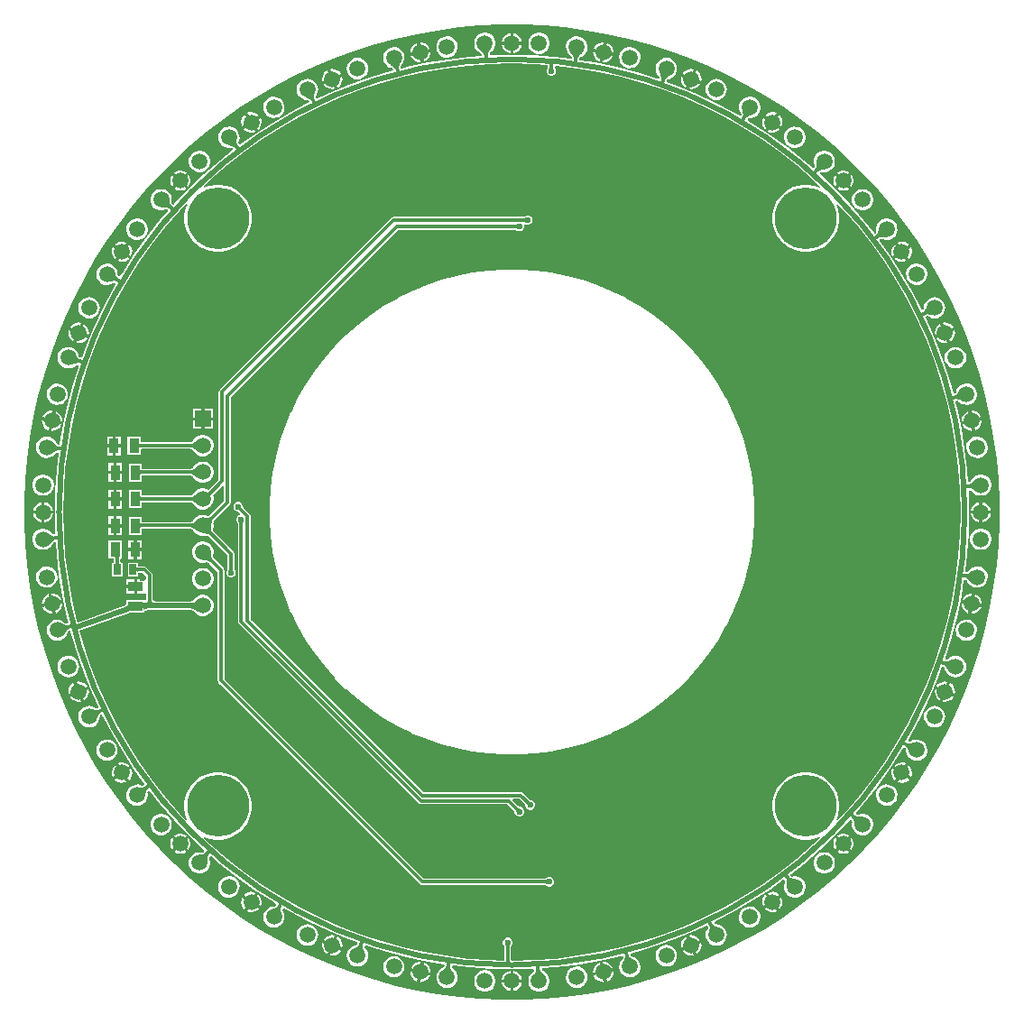
<source format=gbr>
%TF.GenerationSoftware,Altium Limited,Altium Designer,21.8.1 (53)*%
G04 Layer_Physical_Order=2*
G04 Layer_Color=16711680*
%FSLAX42Y42*%
%MOMM*%
%TF.SameCoordinates,15406810-5A1E-4B15-B108-3B776D23A55A*%
%TF.FilePolarity,Positive*%
%TF.FileFunction,Copper,L2,Bot,Signal*%
%TF.Part,Single*%
G01*
G75*
%TA.AperFunction,SMDPad,CuDef*%
G04:AMPARAMS|DCode=33|XSize=0.9mm|YSize=1.4mm|CornerRadius=0mm|HoleSize=0mm|Usage=FLASHONLY|Rotation=359.539|XOffset=0mm|YOffset=0mm|HoleType=Round|Shape=Rectangle|*
%AMROTATEDRECTD33*
4,1,4,-0.46,-0.69,-0.44,0.70,0.46,0.69,0.44,-0.70,-0.46,-0.69,0.0*
%
%ADD33ROTATEDRECTD33*%

%ADD44R,1.40X0.90*%
%TA.AperFunction,Conductor*%
%ADD51C,0.30*%
%ADD52C,0.50*%
%TA.AperFunction,ViaPad*%
%ADD53C,5.80*%
%TA.AperFunction,ComponentPad*%
%ADD54C,1.50*%
%ADD55R,1.51X1.51*%
%ADD56C,1.51*%
%TA.AperFunction,ViaPad*%
%ADD57C,0.60*%
%TA.AperFunction,SMDPad,CuDef*%
%ADD58R,0.70X1.00*%
%ADD59R,0.90X1.40*%
G36*
X20299Y24566D02*
X20498Y24548D01*
X20696Y24522D01*
X20893Y24488D01*
X21088Y24444D01*
X21280Y24393D01*
X21471Y24333D01*
X21658Y24264D01*
X21843Y24188D01*
X22024Y24104D01*
X22201Y24012D01*
X22374Y23912D01*
X22542Y23804D01*
X22706Y23690D01*
X22864Y23568D01*
X23017Y23440D01*
X23164Y23305D01*
X23305Y23164D01*
X23440Y23017D01*
X23568Y22864D01*
X23690Y22706D01*
X23804Y22542D01*
X23912Y22374D01*
X24012Y22201D01*
X24104Y22024D01*
X24188Y21843D01*
X24264Y21658D01*
X24333Y21471D01*
X24393Y21280D01*
X24444Y21088D01*
X24488Y20893D01*
X24522Y20696D01*
X24548Y20498D01*
X24566Y20299D01*
X24575Y20100D01*
Y20000D01*
Y19900D01*
X24566Y19701D01*
X24548Y19502D01*
X24522Y19304D01*
X24488Y19107D01*
X24444Y18912D01*
X24393Y18720D01*
X24333Y18529D01*
X24264Y18342D01*
X24188Y18157D01*
X24104Y17976D01*
X24012Y17799D01*
X23912Y17626D01*
X23804Y17458D01*
X23690Y17294D01*
X23568Y17136D01*
X23440Y16983D01*
X23305Y16836D01*
X23164Y16695D01*
X23017Y16560D01*
X22864Y16432D01*
X22706Y16310D01*
X22542Y16196D01*
X22374Y16088D01*
X22201Y15988D01*
X22024Y15896D01*
X21843Y15812D01*
X21658Y15736D01*
X21471Y15667D01*
X21280Y15607D01*
X21088Y15556D01*
X20893Y15512D01*
X20696Y15478D01*
X20498Y15452D01*
X20299Y15434D01*
X20100Y15425D01*
X19900D01*
X19701Y15434D01*
X19502Y15452D01*
X19304Y15478D01*
X19107Y15512D01*
X18912Y15556D01*
X18720Y15607D01*
X18529Y15667D01*
X18342Y15736D01*
X18157Y15812D01*
X17976Y15896D01*
X17799Y15988D01*
X17626Y16088D01*
X17458Y16196D01*
X17294Y16310D01*
X17136Y16432D01*
X16983Y16560D01*
X16836Y16695D01*
X16695Y16836D01*
X16560Y16983D01*
X16432Y17136D01*
X16310Y17294D01*
X16196Y17458D01*
X16088Y17626D01*
X15988Y17799D01*
X15896Y17976D01*
X15812Y18157D01*
X15736Y18342D01*
X15667Y18529D01*
X15607Y18720D01*
X15556Y18912D01*
X15512Y19107D01*
X15478Y19304D01*
X15452Y19502D01*
X15434Y19701D01*
X15425Y19900D01*
Y20000D01*
Y20100D01*
X15434Y20299D01*
X15452Y20498D01*
X15478Y20696D01*
X15512Y20893D01*
X15556Y21088D01*
X15607Y21280D01*
X15667Y21471D01*
X15736Y21658D01*
X15812Y21843D01*
X15896Y22024D01*
X15988Y22201D01*
X16088Y22374D01*
X16196Y22542D01*
X16310Y22706D01*
X16432Y22864D01*
X16560Y23017D01*
X16695Y23164D01*
X16836Y23305D01*
X16983Y23440D01*
X17136Y23568D01*
X17294Y23690D01*
X17458Y23804D01*
X17626Y23912D01*
X17799Y24012D01*
X17976Y24104D01*
X18157Y24188D01*
X18342Y24264D01*
X18529Y24333D01*
X18720Y24393D01*
X18912Y24444D01*
X19107Y24488D01*
X19304Y24522D01*
X19502Y24548D01*
X19701Y24566D01*
X19900Y24575D01*
X20100D01*
X20299Y24566D01*
D02*
G37*
%LPC*%
G36*
X20015Y24494D02*
Y24415D01*
X20094D01*
X20089Y24437D01*
X20076Y24458D01*
X20058Y24476D01*
X20037Y24489D01*
X20015Y24494D01*
D02*
G37*
G36*
X19985Y24494D02*
X19963Y24489D01*
X19942Y24476D01*
X19924Y24458D01*
X19911Y24437D01*
X19906Y24415D01*
X19985D01*
Y24494D01*
D02*
G37*
G36*
X19138Y24411D02*
X19153Y24333D01*
X19231Y24349D01*
X19221Y24369D01*
X19205Y24387D01*
X19184Y24401D01*
X19160Y24409D01*
X19138Y24411D01*
D02*
G37*
G36*
X20862Y24411D02*
X20840Y24409D01*
X20816Y24401D01*
X20795Y24387D01*
X20779Y24369D01*
X20769Y24349D01*
X20847Y24333D01*
X20862Y24411D01*
D02*
G37*
G36*
X19108Y24405D02*
X19088Y24395D01*
X19070Y24379D01*
X19056Y24358D01*
X19048Y24334D01*
X19046Y24312D01*
X19124Y24327D01*
X19108Y24405D01*
D02*
G37*
G36*
X20892Y24405D02*
X20876Y24327D01*
X20954Y24312D01*
X20952Y24334D01*
X20944Y24358D01*
X20930Y24379D01*
X20912Y24395D01*
X20892Y24405D01*
D02*
G37*
G36*
X20094Y24385D02*
X20015D01*
Y24306D01*
X20037Y24311D01*
X20058Y24324D01*
X20076Y24342D01*
X20089Y24363D01*
X20094Y24385D01*
D02*
G37*
G36*
X19985D02*
X19906D01*
X19911Y24363D01*
X19924Y24342D01*
X19942Y24324D01*
X19963Y24311D01*
X19985Y24306D01*
Y24385D01*
D02*
G37*
G36*
X20267Y24500D02*
X20241D01*
X20215Y24493D01*
X20193Y24480D01*
X20174Y24461D01*
X20161Y24439D01*
X20154Y24413D01*
Y24387D01*
X20161Y24361D01*
X20174Y24339D01*
X20193Y24320D01*
X20215Y24307D01*
X20241Y24300D01*
X20267D01*
X20293Y24307D01*
X20315Y24320D01*
X20334Y24339D01*
X20347Y24361D01*
X20354Y24387D01*
Y24413D01*
X20347Y24439D01*
X20334Y24461D01*
X20315Y24480D01*
X20293Y24493D01*
X20267Y24500D01*
D02*
G37*
G36*
X19384Y24466D02*
X19358Y24461D01*
X19335Y24449D01*
X19315Y24432D01*
X19300Y24410D01*
X19292Y24385D01*
X19290Y24358D01*
X19295Y24333D01*
X19307Y24309D01*
X19324Y24289D01*
X19346Y24275D01*
X19371Y24266D01*
X19397Y24264D01*
X19423Y24269D01*
X19447Y24281D01*
X19467Y24299D01*
X19481Y24320D01*
X19490Y24345D01*
X19491Y24372D01*
X19486Y24397D01*
X19475Y24421D01*
X19457Y24441D01*
X19435Y24455D01*
X19410Y24464D01*
X19384Y24466D01*
D02*
G37*
G36*
X19237Y24319D02*
X19159Y24304D01*
X19175Y24226D01*
X19195Y24236D01*
X19214Y24252D01*
X19228Y24273D01*
X19236Y24297D01*
X19237Y24319D01*
D02*
G37*
G36*
X20763Y24319D02*
X20764Y24297D01*
X20772Y24273D01*
X20786Y24252D01*
X20805Y24236D01*
X20825Y24226D01*
X20841Y24304D01*
X20763Y24319D01*
D02*
G37*
G36*
X19130Y24298D02*
X19052Y24282D01*
X19062Y24262D01*
X19078Y24243D01*
X19099Y24230D01*
X19123Y24221D01*
X19145Y24220D01*
X19130Y24298D01*
D02*
G37*
G36*
X20870Y24298D02*
X20855Y24220D01*
X20877Y24221D01*
X20901Y24230D01*
X20922Y24243D01*
X20938Y24262D01*
X20948Y24282D01*
X20870Y24298D01*
D02*
G37*
G36*
X21114Y24367D02*
X21088Y24365D01*
X21063Y24356D01*
X21041Y24342D01*
X21024Y24322D01*
X21012Y24298D01*
X21007Y24272D01*
X21009Y24246D01*
X21017Y24221D01*
X21032Y24199D01*
X21051Y24182D01*
X21075Y24170D01*
X21101Y24165D01*
X21127Y24167D01*
X21152Y24175D01*
X21174Y24190D01*
X21191Y24210D01*
X21203Y24233D01*
X21208Y24259D01*
X21206Y24286D01*
X21198Y24311D01*
X21183Y24332D01*
X21164Y24350D01*
X21140Y24361D01*
X21114Y24367D01*
D02*
G37*
G36*
X19759Y24500D02*
X19733D01*
X19707Y24493D01*
X19685Y24480D01*
X19666Y24461D01*
X19653Y24439D01*
X19646Y24413D01*
Y24387D01*
X19653Y24361D01*
X19666Y24339D01*
X19685Y24320D01*
X19707Y24307D01*
X19712Y24305D01*
X19716Y24301D01*
X19719Y24296D01*
X19720Y24294D01*
X19718Y24286D01*
X19714Y24281D01*
X19712Y24280D01*
X19604Y24273D01*
X19407Y24250D01*
X19212Y24218D01*
X19018Y24177D01*
X18967Y24164D01*
X18963Y24165D01*
X18955Y24173D01*
X18955Y24178D01*
X18956Y24184D01*
X18958Y24190D01*
X18968Y24199D01*
X18983Y24221D01*
X18991Y24246D01*
X18993Y24272D01*
X18988Y24298D01*
X18976Y24322D01*
X18959Y24342D01*
X18937Y24356D01*
X18912Y24365D01*
X18886Y24367D01*
X18860Y24361D01*
X18836Y24350D01*
X18817Y24332D01*
X18802Y24311D01*
X18794Y24286D01*
X18792Y24259D01*
X18797Y24233D01*
X18809Y24210D01*
X18826Y24190D01*
X18848Y24175D01*
X18873Y24167D01*
X18878Y24167D01*
X18882Y24163D01*
X18887Y24158D01*
X18888Y24157D01*
X18887Y24149D01*
X18884Y24143D01*
X18882Y24142D01*
X18826Y24127D01*
X18636Y24069D01*
X18450Y24001D01*
X18267Y23926D01*
X18174Y23882D01*
X18170Y23883D01*
X18160Y23889D01*
X18160Y23894D01*
X18160Y23900D01*
X18161Y23907D01*
X18169Y23917D01*
X18179Y23942D01*
X18182Y23968D01*
X18179Y23994D01*
X18169Y24018D01*
X18153Y24039D01*
X18132Y24055D01*
X18108Y24065D01*
X18082Y24069D01*
X18055Y24065D01*
X18031Y24055D01*
X18010Y24039D01*
X17994Y24018D01*
X17984Y23994D01*
X17981Y23968D01*
X17984Y23942D01*
X17994Y23917D01*
X18010Y23897D01*
X18031Y23881D01*
X18055Y23870D01*
X18082Y23867D01*
X18087Y23868D01*
X18092Y23865D01*
X18097Y23861D01*
X18098Y23860D01*
X18098Y23851D01*
X18096Y23846D01*
X18095Y23845D01*
X18087Y23841D01*
X17912Y23749D01*
X17741Y23648D01*
X17575Y23540D01*
X17452Y23452D01*
X17448Y23452D01*
X17438Y23455D01*
X17437Y23456D01*
X17436Y23460D01*
X17435Y23466D01*
X17434Y23473D01*
X17440Y23485D01*
X17445Y23511D01*
X17443Y23537D01*
X17435Y23562D01*
X17420Y23584D01*
X17400Y23601D01*
X17377Y23613D01*
X17351Y23618D01*
X17325Y23616D01*
X17300Y23608D01*
X17278Y23593D01*
X17260Y23573D01*
X17249Y23550D01*
X17244Y23524D01*
X17245Y23498D01*
X17254Y23473D01*
X17268Y23451D01*
X17288Y23433D01*
X17312Y23422D01*
X17338Y23417D01*
X17364Y23418D01*
X17369Y23420D01*
X17375Y23418D01*
X17380Y23416D01*
X17382Y23415D01*
X17384Y23406D01*
X17383Y23401D01*
X17382Y23399D01*
X17259Y23301D01*
X17109Y23171D01*
X16966Y23034D01*
X16829Y22891D01*
X16828Y22890D01*
X16824Y22888D01*
X16816Y22889D01*
X16812Y22891D01*
X16810Y22894D01*
X16808Y22900D01*
X16806Y22906D01*
X16809Y22918D01*
Y22945D01*
X16802Y22970D01*
X16789Y22993D01*
X16771Y23012D01*
X16748Y23025D01*
X16722Y23032D01*
X16696D01*
X16671Y23025D01*
X16648Y23012D01*
X16629Y22993D01*
X16616Y22970D01*
X16609Y22945D01*
Y22918D01*
X16616Y22893D01*
X16629Y22870D01*
X16648Y22852D01*
X16671Y22838D01*
X16696Y22832D01*
X16722D01*
X16748Y22838D01*
X16753Y22841D01*
X16759Y22841D01*
X16764Y22839D01*
X16767Y22839D01*
X16770Y22831D01*
X16771Y22825D01*
X16770Y22823D01*
X16699Y22741D01*
X16576Y22586D01*
X16460Y22425D01*
X16352Y22259D01*
X16325Y22214D01*
X16321Y22212D01*
X16310Y22212D01*
X16307Y22216D01*
X16303Y22221D01*
X16300Y22226D01*
X16301Y22240D01*
X16296Y22266D01*
X16284Y22289D01*
X16267Y22309D01*
X16245Y22324D01*
X16220Y22332D01*
X16194Y22334D01*
X16168Y22329D01*
X16144Y22317D01*
X16125Y22300D01*
X16110Y22278D01*
X16101Y22253D01*
X16100Y22227D01*
X16105Y22201D01*
X16117Y22177D01*
X16134Y22157D01*
X16156Y22143D01*
X16181Y22134D01*
X16207Y22133D01*
X16233Y22138D01*
X16256Y22149D01*
X16260Y22153D01*
X16266Y22153D01*
X16272Y22153D01*
X16275Y22153D01*
X16279Y22147D01*
X16281Y22141D01*
X16281Y22139D01*
X16251Y22088D01*
X16159Y21913D01*
X16074Y21733D01*
X15999Y21550D01*
X15964Y21454D01*
X15960Y21452D01*
X15949Y21449D01*
X15945Y21453D01*
X15941Y21457D01*
X15937Y21462D01*
X15935Y21475D01*
X15925Y21500D01*
X15909Y21520D01*
X15888Y21536D01*
X15864Y21547D01*
X15838Y21550D01*
X15812Y21547D01*
X15787Y21536D01*
X15766Y21520D01*
X15750Y21500D01*
X15740Y21475D01*
X15737Y21449D01*
X15740Y21423D01*
X15750Y21399D01*
X15766Y21378D01*
X15787Y21362D01*
X15812Y21352D01*
X15838Y21348D01*
X15864Y21352D01*
X15888Y21362D01*
X15909Y21378D01*
X15912Y21382D01*
X15918Y21383D01*
X15924Y21385D01*
X15925Y21385D01*
X15932Y21378D01*
X15934Y21373D01*
X15934Y21372D01*
X15931Y21364D01*
X15873Y21174D01*
X15823Y20982D01*
X15782Y20788D01*
X15758Y20639D01*
X15755Y20636D01*
X15745Y20631D01*
X15743Y20632D01*
X15740Y20634D01*
X15735Y20637D01*
X15730Y20641D01*
X15725Y20654D01*
X15711Y20676D01*
X15691Y20693D01*
X15667Y20705D01*
X15642Y20710D01*
X15615Y20708D01*
X15590Y20700D01*
X15568Y20685D01*
X15551Y20665D01*
X15539Y20642D01*
X15534Y20616D01*
X15536Y20590D01*
X15545Y20565D01*
X15559Y20543D01*
X15579Y20525D01*
X15603Y20514D01*
X15628Y20509D01*
X15655Y20510D01*
X15680Y20519D01*
X15701Y20533D01*
X15719Y20553D01*
X15721Y20558D01*
X15726Y20561D01*
X15732Y20563D01*
X15734Y20563D01*
X15741Y20559D01*
X15745Y20554D01*
X15745Y20553D01*
X15727Y20396D01*
X15713Y20198D01*
X15709Y20000D01*
X15713Y19802D01*
X15714Y19800D01*
X15712Y19796D01*
X15706Y19791D01*
X15702Y19789D01*
X15698Y19790D01*
X15693Y19793D01*
X15687Y19796D01*
X15680Y19807D01*
X15661Y19826D01*
X15639Y19839D01*
X15613Y19846D01*
X15587D01*
X15561Y19839D01*
X15539Y19826D01*
X15520Y19807D01*
X15507Y19785D01*
X15500Y19759D01*
Y19733D01*
X15507Y19707D01*
X15520Y19685D01*
X15539Y19666D01*
X15561Y19653D01*
X15587Y19646D01*
X15613D01*
X15639Y19653D01*
X15661Y19666D01*
X15680Y19685D01*
X15693Y19707D01*
X15695Y19712D01*
X15699Y19716D01*
X15704Y19719D01*
X15706Y19720D01*
X15714Y19718D01*
X15719Y19714D01*
X15720Y19712D01*
X15727Y19604D01*
X15750Y19407D01*
X15782Y19212D01*
X15823Y19018D01*
X15836Y18967D01*
X15834Y18963D01*
X15827Y18955D01*
X15821Y18956D01*
X15815Y18957D01*
X15809Y18958D01*
X15801Y18968D01*
X15779Y18983D01*
X15754Y18991D01*
X15728Y18993D01*
X15702Y18988D01*
X15678Y18976D01*
X15658Y18959D01*
X15644Y18937D01*
X15635Y18912D01*
X15633Y18886D01*
X15639Y18860D01*
X15650Y18836D01*
X15668Y18817D01*
X15689Y18802D01*
X15714Y18794D01*
X15741Y18792D01*
X15767Y18797D01*
X15790Y18809D01*
X15810Y18826D01*
X15825Y18848D01*
X15833Y18873D01*
X15833Y18879D01*
X15837Y18883D01*
X15842Y18887D01*
X15843Y18888D01*
X15851Y18887D01*
X15857Y18884D01*
X15858Y18883D01*
X15873Y18826D01*
X15931Y18636D01*
X15999Y18450D01*
X16074Y18267D01*
X16118Y18174D01*
X16117Y18170D01*
X16111Y18160D01*
X16106Y18160D01*
X16100Y18160D01*
X16093Y18161D01*
X16083Y18169D01*
X16058Y18179D01*
X16032Y18182D01*
X16006Y18179D01*
X15982Y18169D01*
X15961Y18153D01*
X15945Y18132D01*
X15935Y18108D01*
X15931Y18082D01*
X15935Y18055D01*
X15945Y18031D01*
X15961Y18010D01*
X15982Y17994D01*
X16006Y17984D01*
X16032Y17981D01*
X16058Y17984D01*
X16083Y17994D01*
X16103Y18010D01*
X16119Y18031D01*
X16130Y18055D01*
X16133Y18082D01*
X16132Y18087D01*
X16135Y18092D01*
X16139Y18097D01*
X16140Y18098D01*
X16149Y18098D01*
X16154Y18096D01*
X16155Y18095D01*
X16159Y18087D01*
X16251Y17912D01*
X16352Y17741D01*
X16460Y17575D01*
X16548Y17452D01*
X16548Y17448D01*
X16545Y17438D01*
X16544Y17437D01*
X16540Y17436D01*
X16534Y17435D01*
X16527Y17434D01*
X16515Y17440D01*
X16489Y17445D01*
X16463Y17443D01*
X16438Y17435D01*
X16416Y17420D01*
X16399Y17400D01*
X16387Y17377D01*
X16382Y17351D01*
X16384Y17325D01*
X16392Y17300D01*
X16407Y17278D01*
X16427Y17260D01*
X16450Y17249D01*
X16476Y17244D01*
X16502Y17245D01*
X16527Y17254D01*
X16549Y17268D01*
X16567Y17288D01*
X16578Y17312D01*
X16583Y17338D01*
X16582Y17364D01*
X16580Y17369D01*
X16582Y17375D01*
X16584Y17380D01*
X16585Y17382D01*
X16594Y17384D01*
X16599Y17383D01*
X16601Y17382D01*
X16699Y17259D01*
X16829Y17109D01*
X16966Y16966D01*
X17109Y16829D01*
X17111Y16827D01*
X17112Y16824D01*
X17111Y16816D01*
X17110Y16812D01*
X17106Y16810D01*
X17101Y16808D01*
X17095Y16806D01*
X17082Y16809D01*
X17055D01*
X17030Y16802D01*
X17007Y16789D01*
X16988Y16771D01*
X16975Y16748D01*
X16968Y16722D01*
Y16696D01*
X16975Y16671D01*
X16988Y16648D01*
X17007Y16629D01*
X17030Y16616D01*
X17055Y16609D01*
X17082D01*
X17107Y16616D01*
X17130Y16629D01*
X17148Y16648D01*
X17162Y16671D01*
X17168Y16696D01*
Y16722D01*
X17162Y16748D01*
X17159Y16752D01*
X17160Y16758D01*
X17161Y16764D01*
X17162Y16766D01*
X17169Y16770D01*
X17175Y16770D01*
X17177Y16770D01*
X17259Y16699D01*
X17414Y16576D01*
X17575Y16460D01*
X17741Y16352D01*
X17786Y16325D01*
X17788Y16321D01*
X17788Y16310D01*
X17784Y16307D01*
X17779Y16303D01*
X17774Y16300D01*
X17760Y16301D01*
X17734Y16296D01*
X17711Y16284D01*
X17691Y16267D01*
X17676Y16245D01*
X17668Y16220D01*
X17666Y16194D01*
X17671Y16168D01*
X17683Y16144D01*
X17700Y16125D01*
X17722Y16110D01*
X17747Y16101D01*
X17773Y16100D01*
X17799Y16105D01*
X17823Y16117D01*
X17843Y16134D01*
X17857Y16156D01*
X17866Y16181D01*
X17867Y16207D01*
X17862Y16233D01*
X17851Y16256D01*
X17847Y16260D01*
X17847Y16266D01*
X17847Y16272D01*
X17847Y16275D01*
X17853Y16279D01*
X17859Y16281D01*
X17861Y16281D01*
X17912Y16251D01*
X18087Y16159D01*
X18267Y16074D01*
X18450Y15999D01*
X18546Y15964D01*
X18548Y15960D01*
X18551Y15949D01*
X18547Y15945D01*
X18543Y15941D01*
X18538Y15937D01*
X18525Y15935D01*
X18500Y15925D01*
X18480Y15909D01*
X18464Y15888D01*
X18453Y15864D01*
X18450Y15838D01*
X18453Y15812D01*
X18464Y15787D01*
X18480Y15766D01*
X18500Y15750D01*
X18525Y15740D01*
X18551Y15737D01*
X18577Y15740D01*
X18601Y15750D01*
X18622Y15766D01*
X18638Y15787D01*
X18648Y15812D01*
X18652Y15838D01*
X18648Y15864D01*
X18638Y15888D01*
X18622Y15909D01*
X18618Y15912D01*
X18617Y15918D01*
X18615Y15924D01*
X18615Y15925D01*
X18622Y15932D01*
X18627Y15934D01*
X18628Y15934D01*
X18636Y15931D01*
X18826Y15873D01*
X19018Y15823D01*
X19212Y15782D01*
X19361Y15758D01*
X19364Y15755D01*
X19369Y15745D01*
X19368Y15743D01*
X19366Y15740D01*
X19363Y15735D01*
X19359Y15730D01*
X19346Y15725D01*
X19324Y15711D01*
X19307Y15691D01*
X19295Y15667D01*
X19290Y15642D01*
X19292Y15615D01*
X19300Y15590D01*
X19315Y15568D01*
X19335Y15551D01*
X19358Y15539D01*
X19384Y15534D01*
X19410Y15536D01*
X19435Y15545D01*
X19457Y15559D01*
X19475Y15579D01*
X19486Y15603D01*
X19491Y15628D01*
X19490Y15655D01*
X19481Y15680D01*
X19467Y15701D01*
X19447Y15719D01*
X19442Y15721D01*
X19439Y15726D01*
X19437Y15732D01*
X19437Y15734D01*
X19441Y15741D01*
X19446Y15745D01*
X19447Y15745D01*
X19604Y15727D01*
X19802Y15713D01*
X20000Y15709D01*
X20198Y15713D01*
X20200Y15714D01*
X20204Y15712D01*
X20209Y15706D01*
X20211Y15702D01*
X20210Y15698D01*
X20207Y15693D01*
X20204Y15687D01*
X20193Y15680D01*
X20174Y15661D01*
X20161Y15639D01*
X20154Y15613D01*
Y15587D01*
X20161Y15561D01*
X20174Y15539D01*
X20193Y15520D01*
X20215Y15507D01*
X20241Y15500D01*
X20267D01*
X20293Y15507D01*
X20315Y15520D01*
X20334Y15539D01*
X20347Y15561D01*
X20354Y15587D01*
Y15613D01*
X20347Y15639D01*
X20334Y15661D01*
X20315Y15680D01*
X20293Y15693D01*
X20288Y15695D01*
X20284Y15699D01*
X20281Y15704D01*
X20280Y15706D01*
X20282Y15714D01*
X20286Y15719D01*
X20288Y15720D01*
X20396Y15727D01*
X20593Y15750D01*
X20788Y15782D01*
X20982Y15823D01*
X21033Y15836D01*
X21037Y15835D01*
X21045Y15827D01*
X21045Y15822D01*
X21044Y15816D01*
X21042Y15810D01*
X21032Y15801D01*
X21017Y15779D01*
X21009Y15754D01*
X21007Y15728D01*
X21012Y15702D01*
X21024Y15678D01*
X21041Y15658D01*
X21063Y15644D01*
X21088Y15635D01*
X21114Y15633D01*
X21140Y15639D01*
X21164Y15650D01*
X21183Y15668D01*
X21198Y15689D01*
X21206Y15714D01*
X21208Y15741D01*
X21203Y15767D01*
X21191Y15790D01*
X21174Y15810D01*
X21152Y15825D01*
X21127Y15833D01*
X21122Y15833D01*
X21118Y15837D01*
X21113Y15842D01*
X21112Y15843D01*
X21113Y15851D01*
X21116Y15857D01*
X21118Y15858D01*
X21174Y15873D01*
X21364Y15931D01*
X21550Y15999D01*
X21733Y16074D01*
X21826Y16118D01*
X21830Y16117D01*
X21840Y16111D01*
X21840Y16106D01*
X21840Y16100D01*
X21839Y16093D01*
X21831Y16083D01*
X21821Y16058D01*
X21818Y16032D01*
X21821Y16006D01*
X21831Y15982D01*
X21847Y15961D01*
X21868Y15945D01*
X21892Y15935D01*
X21918Y15931D01*
X21945Y15935D01*
X21969Y15945D01*
X21990Y15961D01*
X22006Y15982D01*
X22016Y16006D01*
X22019Y16032D01*
X22016Y16058D01*
X22006Y16083D01*
X21990Y16103D01*
X21969Y16119D01*
X21945Y16130D01*
X21918Y16133D01*
X21913Y16132D01*
X21908Y16135D01*
X21903Y16139D01*
X21902Y16140D01*
X21902Y16149D01*
X21904Y16154D01*
X21905Y16155D01*
X21913Y16159D01*
X22088Y16251D01*
X22259Y16352D01*
X22425Y16460D01*
X22548Y16548D01*
X22552Y16548D01*
X22562Y16545D01*
X22563Y16544D01*
X22564Y16540D01*
X22565Y16534D01*
X22566Y16527D01*
X22560Y16515D01*
X22555Y16489D01*
X22557Y16463D01*
X22565Y16438D01*
X22580Y16416D01*
X22600Y16399D01*
X22623Y16387D01*
X22649Y16382D01*
X22675Y16384D01*
X22700Y16392D01*
X22722Y16407D01*
X22740Y16427D01*
X22751Y16450D01*
X22756Y16476D01*
X22755Y16502D01*
X22746Y16527D01*
X22732Y16549D01*
X22712Y16567D01*
X22688Y16578D01*
X22662Y16583D01*
X22636Y16582D01*
X22631Y16580D01*
X22625Y16582D01*
X22620Y16584D01*
X22618Y16585D01*
X22616Y16594D01*
X22617Y16599D01*
X22618Y16601D01*
X22741Y16699D01*
X22891Y16829D01*
X23034Y16966D01*
X23171Y17109D01*
X23173Y17111D01*
X23176Y17112D01*
X23184Y17111D01*
X23188Y17110D01*
X23190Y17106D01*
X23192Y17101D01*
X23194Y17095D01*
X23191Y17082D01*
Y17055D01*
X23198Y17030D01*
X23211Y17007D01*
X23229Y16988D01*
X23252Y16975D01*
X23278Y16968D01*
X23304D01*
X23329Y16975D01*
X23352Y16988D01*
X23371Y17007D01*
X23384Y17030D01*
X23391Y17055D01*
Y17082D01*
X23384Y17107D01*
X23371Y17130D01*
X23352Y17148D01*
X23329Y17162D01*
X23304Y17168D01*
X23278D01*
X23252Y17162D01*
X23248Y17159D01*
X23242Y17160D01*
X23236Y17161D01*
X23234Y17162D01*
X23230Y17169D01*
X23230Y17175D01*
X23230Y17177D01*
X23301Y17259D01*
X23424Y17414D01*
X23540Y17575D01*
X23648Y17741D01*
X23675Y17786D01*
X23679Y17788D01*
X23690Y17788D01*
X23693Y17784D01*
X23697Y17779D01*
X23700Y17774D01*
X23699Y17760D01*
X23704Y17734D01*
X23716Y17711D01*
X23733Y17691D01*
X23755Y17676D01*
X23780Y17668D01*
X23806Y17666D01*
X23832Y17671D01*
X23856Y17683D01*
X23875Y17700D01*
X23890Y17722D01*
X23899Y17747D01*
X23900Y17773D01*
X23895Y17799D01*
X23883Y17823D01*
X23866Y17843D01*
X23844Y17857D01*
X23819Y17866D01*
X23793Y17867D01*
X23767Y17862D01*
X23744Y17851D01*
X23740Y17847D01*
X23734Y17847D01*
X23728Y17847D01*
X23725Y17847D01*
X23721Y17853D01*
X23719Y17859D01*
X23719Y17861D01*
X23749Y17912D01*
X23841Y18087D01*
X23926Y18267D01*
X24001Y18450D01*
X24036Y18546D01*
X24040Y18548D01*
X24051Y18551D01*
X24055Y18547D01*
X24059Y18543D01*
X24063Y18538D01*
X24065Y18525D01*
X24075Y18500D01*
X24091Y18480D01*
X24112Y18464D01*
X24136Y18453D01*
X24162Y18450D01*
X24188Y18453D01*
X24213Y18464D01*
X24234Y18480D01*
X24250Y18500D01*
X24260Y18525D01*
X24263Y18551D01*
X24260Y18577D01*
X24250Y18601D01*
X24234Y18622D01*
X24213Y18638D01*
X24188Y18648D01*
X24162Y18652D01*
X24136Y18648D01*
X24112Y18638D01*
X24091Y18622D01*
X24088Y18618D01*
X24082Y18617D01*
X24076Y18615D01*
X24075Y18615D01*
X24068Y18622D01*
X24066Y18627D01*
X24066Y18628D01*
X24069Y18636D01*
X24127Y18826D01*
X24177Y19018D01*
X24218Y19212D01*
X24242Y19361D01*
X24245Y19364D01*
X24255Y19369D01*
X24257Y19368D01*
X24260Y19366D01*
X24265Y19363D01*
X24270Y19359D01*
X24275Y19346D01*
X24289Y19324D01*
X24309Y19307D01*
X24333Y19295D01*
X24358Y19290D01*
X24385Y19292D01*
X24410Y19300D01*
X24432Y19315D01*
X24449Y19335D01*
X24461Y19358D01*
X24466Y19384D01*
X24464Y19410D01*
X24455Y19435D01*
X24441Y19457D01*
X24421Y19475D01*
X24397Y19486D01*
X24372Y19491D01*
X24345Y19490D01*
X24320Y19481D01*
X24299Y19467D01*
X24281Y19447D01*
X24279Y19442D01*
X24274Y19439D01*
X24268Y19437D01*
X24266Y19437D01*
X24259Y19441D01*
X24255Y19446D01*
X24255Y19447D01*
X24273Y19604D01*
X24287Y19802D01*
X24291Y20000D01*
X24287Y20198D01*
X24286Y20200D01*
X24288Y20204D01*
X24294Y20209D01*
X24298Y20211D01*
X24302Y20210D01*
X24307Y20207D01*
X24313Y20204D01*
X24320Y20193D01*
X24339Y20174D01*
X24361Y20161D01*
X24387Y20154D01*
X24413D01*
X24439Y20161D01*
X24461Y20174D01*
X24480Y20193D01*
X24493Y20215D01*
X24500Y20241D01*
Y20267D01*
X24493Y20293D01*
X24480Y20315D01*
X24461Y20334D01*
X24439Y20347D01*
X24413Y20354D01*
X24387D01*
X24361Y20347D01*
X24339Y20334D01*
X24320Y20315D01*
X24307Y20293D01*
X24305Y20288D01*
X24301Y20284D01*
X24296Y20281D01*
X24294Y20280D01*
X24286Y20282D01*
X24281Y20286D01*
X24280Y20288D01*
X24273Y20396D01*
X24250Y20593D01*
X24218Y20788D01*
X24177Y20982D01*
X24164Y21033D01*
X24165Y21037D01*
X24173Y21045D01*
X24178Y21045D01*
X24184Y21044D01*
X24190Y21042D01*
X24199Y21032D01*
X24221Y21017D01*
X24246Y21009D01*
X24272Y21007D01*
X24298Y21012D01*
X24322Y21024D01*
X24342Y21041D01*
X24356Y21063D01*
X24365Y21088D01*
X24367Y21114D01*
X24361Y21140D01*
X24350Y21164D01*
X24332Y21183D01*
X24311Y21198D01*
X24286Y21206D01*
X24259Y21208D01*
X24233Y21203D01*
X24210Y21191D01*
X24190Y21174D01*
X24175Y21152D01*
X24167Y21127D01*
X24167Y21122D01*
X24163Y21118D01*
X24158Y21113D01*
X24157Y21112D01*
X24149Y21113D01*
X24143Y21116D01*
X24142Y21118D01*
X24127Y21174D01*
X24069Y21364D01*
X24001Y21550D01*
X23926Y21733D01*
X23882Y21826D01*
X23883Y21830D01*
X23889Y21840D01*
X23894Y21840D01*
X23900Y21840D01*
X23907Y21839D01*
X23917Y21831D01*
X23942Y21821D01*
X23968Y21818D01*
X23994Y21821D01*
X24018Y21831D01*
X24039Y21847D01*
X24055Y21868D01*
X24065Y21892D01*
X24069Y21918D01*
X24065Y21945D01*
X24055Y21969D01*
X24039Y21990D01*
X24018Y22006D01*
X23994Y22016D01*
X23968Y22019D01*
X23942Y22016D01*
X23917Y22006D01*
X23897Y21990D01*
X23881Y21969D01*
X23870Y21945D01*
X23867Y21918D01*
X23868Y21913D01*
X23865Y21908D01*
X23861Y21903D01*
X23860Y21902D01*
X23851Y21902D01*
X23846Y21904D01*
X23845Y21905D01*
X23841Y21913D01*
X23749Y22088D01*
X23648Y22259D01*
X23540Y22425D01*
X23452Y22548D01*
X23452Y22552D01*
X23455Y22562D01*
X23456Y22563D01*
X23460Y22564D01*
X23466Y22565D01*
X23473Y22566D01*
X23485Y22560D01*
X23511Y22555D01*
X23537Y22557D01*
X23562Y22565D01*
X23584Y22580D01*
X23601Y22600D01*
X23613Y22623D01*
X23618Y22649D01*
X23616Y22675D01*
X23608Y22700D01*
X23593Y22722D01*
X23573Y22740D01*
X23550Y22751D01*
X23524Y22756D01*
X23498Y22755D01*
X23473Y22746D01*
X23451Y22732D01*
X23433Y22712D01*
X23422Y22688D01*
X23417Y22662D01*
X23418Y22636D01*
X23420Y22631D01*
X23418Y22625D01*
X23416Y22620D01*
X23415Y22618D01*
X23406Y22616D01*
X23401Y22617D01*
X23399Y22618D01*
X23301Y22741D01*
X23171Y22891D01*
X23034Y23034D01*
X22891Y23171D01*
X22889Y23173D01*
X22888Y23176D01*
X22889Y23184D01*
X22890Y23188D01*
X22894Y23190D01*
X22899Y23192D01*
X22905Y23194D01*
X22918Y23191D01*
X22945D01*
X22970Y23198D01*
X22993Y23211D01*
X23012Y23229D01*
X23025Y23252D01*
X23032Y23278D01*
Y23304D01*
X23025Y23329D01*
X23012Y23352D01*
X22993Y23371D01*
X22970Y23384D01*
X22945Y23391D01*
X22918D01*
X22893Y23384D01*
X22870Y23371D01*
X22852Y23352D01*
X22838Y23329D01*
X22832Y23304D01*
Y23278D01*
X22838Y23252D01*
X22841Y23248D01*
X22840Y23242D01*
X22839Y23236D01*
X22838Y23234D01*
X22831Y23230D01*
X22825Y23230D01*
X22823Y23230D01*
X22741Y23301D01*
X22586Y23424D01*
X22425Y23540D01*
X22259Y23648D01*
X22214Y23675D01*
X22212Y23679D01*
X22212Y23690D01*
X22216Y23693D01*
X22221Y23697D01*
X22226Y23700D01*
X22240Y23699D01*
X22266Y23704D01*
X22289Y23716D01*
X22309Y23733D01*
X22324Y23755D01*
X22332Y23780D01*
X22334Y23806D01*
X22329Y23832D01*
X22317Y23856D01*
X22300Y23875D01*
X22278Y23890D01*
X22253Y23899D01*
X22227Y23900D01*
X22201Y23895D01*
X22177Y23883D01*
X22157Y23866D01*
X22143Y23844D01*
X22134Y23819D01*
X22133Y23793D01*
X22138Y23767D01*
X22149Y23744D01*
X22153Y23740D01*
X22153Y23734D01*
X22153Y23728D01*
X22153Y23725D01*
X22147Y23721D01*
X22141Y23719D01*
X22139Y23719D01*
X22088Y23749D01*
X21913Y23841D01*
X21733Y23926D01*
X21550Y24001D01*
X21454Y24036D01*
X21452Y24040D01*
X21449Y24051D01*
X21453Y24055D01*
X21457Y24059D01*
X21462Y24063D01*
X21475Y24065D01*
X21500Y24075D01*
X21520Y24091D01*
X21536Y24112D01*
X21547Y24136D01*
X21550Y24162D01*
X21547Y24188D01*
X21536Y24213D01*
X21520Y24234D01*
X21500Y24250D01*
X21475Y24260D01*
X21449Y24263D01*
X21423Y24260D01*
X21399Y24250D01*
X21378Y24234D01*
X21362Y24213D01*
X21352Y24188D01*
X21348Y24162D01*
X21352Y24136D01*
X21362Y24112D01*
X21378Y24091D01*
X21382Y24088D01*
X21383Y24082D01*
X21385Y24076D01*
X21385Y24075D01*
X21378Y24068D01*
X21373Y24066D01*
X21372Y24066D01*
X21364Y24069D01*
X21174Y24127D01*
X20982Y24177D01*
X20788Y24218D01*
X20639Y24242D01*
X20636Y24245D01*
X20631Y24255D01*
X20632Y24257D01*
X20634Y24260D01*
X20637Y24265D01*
X20641Y24270D01*
X20654Y24275D01*
X20676Y24289D01*
X20693Y24309D01*
X20705Y24333D01*
X20710Y24358D01*
X20708Y24385D01*
X20700Y24410D01*
X20685Y24432D01*
X20665Y24449D01*
X20642Y24461D01*
X20616Y24466D01*
X20590Y24464D01*
X20565Y24455D01*
X20543Y24441D01*
X20525Y24421D01*
X20514Y24397D01*
X20509Y24372D01*
X20510Y24345D01*
X20519Y24320D01*
X20533Y24299D01*
X20553Y24281D01*
X20558Y24279D01*
X20561Y24274D01*
X20563Y24268D01*
X20563Y24266D01*
X20559Y24259D01*
X20554Y24255D01*
X20553Y24255D01*
X20396Y24273D01*
X20198Y24287D01*
X20000Y24291D01*
X19802Y24287D01*
X19800Y24286D01*
X19796Y24288D01*
X19791Y24294D01*
X19789Y24298D01*
X19790Y24302D01*
X19793Y24307D01*
X19796Y24313D01*
X19807Y24320D01*
X19826Y24339D01*
X19839Y24361D01*
X19846Y24387D01*
Y24413D01*
X19839Y24439D01*
X19826Y24461D01*
X19807Y24480D01*
X19785Y24493D01*
X19759Y24500D01*
D02*
G37*
G36*
X21684Y24161D02*
X21659Y24158D01*
X21636Y24148D01*
X21616Y24133D01*
X21602Y24115D01*
X21676Y24085D01*
X21706Y24158D01*
X21684Y24161D01*
D02*
G37*
G36*
X18316D02*
X18294Y24158D01*
X18324Y24085D01*
X18398Y24115D01*
X18384Y24133D01*
X18364Y24148D01*
X18341Y24158D01*
X18316Y24161D01*
D02*
G37*
G36*
X18551Y24263D02*
X18525Y24260D01*
X18500Y24250D01*
X18480Y24234D01*
X18464Y24213D01*
X18453Y24188D01*
X18450Y24162D01*
X18453Y24136D01*
X18464Y24112D01*
X18480Y24091D01*
X18500Y24075D01*
X18525Y24065D01*
X18551Y24061D01*
X18577Y24065D01*
X18601Y24075D01*
X18622Y24091D01*
X18638Y24112D01*
X18648Y24136D01*
X18652Y24162D01*
X18648Y24188D01*
X18638Y24213D01*
X18622Y24234D01*
X18601Y24250D01*
X18577Y24260D01*
X18551Y24263D01*
D02*
G37*
G36*
X21734Y24146D02*
X21703Y24073D01*
X21777Y24043D01*
X21780Y24065D01*
X21776Y24090D01*
X21767Y24113D01*
X21752Y24133D01*
X21734Y24146D01*
D02*
G37*
G36*
X18266Y24146D02*
X18248Y24133D01*
X18233Y24113D01*
X18224Y24090D01*
X18220Y24065D01*
X18223Y24043D01*
X18297Y24073D01*
X18266Y24146D01*
D02*
G37*
G36*
X18409Y24087D02*
X18336Y24057D01*
X18366Y23984D01*
X18384Y23997D01*
X18399Y24017D01*
X18409Y24040D01*
X18412Y24065D01*
X18409Y24087D01*
D02*
G37*
G36*
X21591Y24087D02*
X21588Y24065D01*
X21591Y24040D01*
X21601Y24017D01*
X21616Y23997D01*
X21634Y23984D01*
X21664Y24057D01*
X21591Y24087D01*
D02*
G37*
G36*
X21692Y24045D02*
X21662Y23972D01*
X21684Y23969D01*
X21709Y23973D01*
X21732Y23982D01*
X21752Y23997D01*
X21765Y24015D01*
X21692Y24045D01*
D02*
G37*
G36*
X18308Y24045D02*
X18235Y24015D01*
X18248Y23997D01*
X18268Y23982D01*
X18291Y23973D01*
X18316Y23969D01*
X18338Y23972D01*
X18308Y24045D01*
D02*
G37*
G36*
X21918Y24069D02*
X21892Y24065D01*
X21868Y24055D01*
X21847Y24039D01*
X21831Y24018D01*
X21821Y23994D01*
X21818Y23968D01*
X21821Y23942D01*
X21831Y23917D01*
X21847Y23897D01*
X21868Y23881D01*
X21892Y23870D01*
X21918Y23867D01*
X21945Y23870D01*
X21969Y23881D01*
X21990Y23897D01*
X22006Y23917D01*
X22016Y23942D01*
X22019Y23968D01*
X22016Y23994D01*
X22006Y24018D01*
X21990Y24039D01*
X21969Y24055D01*
X21945Y24065D01*
X21918Y24069D01*
D02*
G37*
G36*
X17773Y23900D02*
X17747Y23899D01*
X17722Y23890D01*
X17700Y23875D01*
X17683Y23856D01*
X17671Y23832D01*
X17666Y23806D01*
X17668Y23780D01*
X17676Y23755D01*
X17691Y23733D01*
X17711Y23716D01*
X17734Y23704D01*
X17760Y23699D01*
X17786Y23701D01*
X17811Y23709D01*
X17833Y23724D01*
X17851Y23744D01*
X17862Y23767D01*
X17867Y23793D01*
X17866Y23819D01*
X17857Y23844D01*
X17843Y23866D01*
X17823Y23883D01*
X17799Y23895D01*
X17773Y23900D01*
D02*
G37*
G36*
X22438Y23754D02*
X22414Y23749D01*
X22391Y23738D01*
X22374Y23723D01*
X22440Y23679D01*
X22484Y23745D01*
X22463Y23752D01*
X22438Y23754D01*
D02*
G37*
G36*
X17562D02*
X17537Y23752D01*
X17516Y23745D01*
X17560Y23679D01*
X17626Y23723D01*
X17609Y23738D01*
X17586Y23749D01*
X17562Y23754D01*
D02*
G37*
G36*
X17491Y23729D02*
X17476Y23712D01*
X17465Y23689D01*
X17460Y23665D01*
X17462Y23640D01*
X17469Y23619D01*
X17535Y23663D01*
X17491Y23729D01*
D02*
G37*
G36*
X22509Y23729D02*
X22465Y23663D01*
X22531Y23619D01*
X22538Y23640D01*
X22540Y23665D01*
X22535Y23689D01*
X22524Y23712D01*
X22509Y23729D01*
D02*
G37*
G36*
X22358Y23698D02*
X22351Y23677D01*
X22349Y23652D01*
X22354Y23628D01*
X22365Y23605D01*
X22380Y23588D01*
X22424Y23654D01*
X22358Y23698D01*
D02*
G37*
G36*
X17642Y23698D02*
X17576Y23654D01*
X17620Y23588D01*
X17635Y23605D01*
X17646Y23628D01*
X17651Y23652D01*
X17649Y23677D01*
X17642Y23698D01*
D02*
G37*
G36*
X22449Y23638D02*
X22405Y23572D01*
X22426Y23564D01*
X22451Y23563D01*
X22475Y23568D01*
X22498Y23579D01*
X22515Y23594D01*
X22449Y23638D01*
D02*
G37*
G36*
X17551D02*
X17485Y23594D01*
X17502Y23579D01*
X17525Y23568D01*
X17549Y23563D01*
X17574Y23564D01*
X17595Y23572D01*
X17551Y23638D01*
D02*
G37*
G36*
X22649Y23618D02*
X22623Y23613D01*
X22600Y23601D01*
X22580Y23584D01*
X22565Y23562D01*
X22557Y23537D01*
X22555Y23511D01*
X22560Y23485D01*
X22572Y23461D01*
X22589Y23442D01*
X22611Y23427D01*
X22636Y23418D01*
X22662Y23417D01*
X22688Y23422D01*
X22712Y23433D01*
X22732Y23451D01*
X22746Y23473D01*
X22755Y23498D01*
X22756Y23524D01*
X22751Y23550D01*
X22740Y23573D01*
X22722Y23593D01*
X22700Y23608D01*
X22675Y23616D01*
X22649Y23618D01*
D02*
G37*
G36*
X17082Y23391D02*
X17055D01*
X17030Y23384D01*
X17007Y23371D01*
X16988Y23352D01*
X16975Y23329D01*
X16968Y23304D01*
Y23278D01*
X16975Y23252D01*
X16988Y23229D01*
X17007Y23211D01*
X17030Y23198D01*
X17055Y23191D01*
X17082D01*
X17107Y23198D01*
X17130Y23211D01*
X17148Y23229D01*
X17162Y23252D01*
X17168Y23278D01*
Y23304D01*
X17162Y23329D01*
X17148Y23352D01*
X17130Y23371D01*
X17107Y23384D01*
X17082Y23391D01*
D02*
G37*
G36*
X16901Y23206D02*
X16876D01*
X16852Y23200D01*
X16833Y23189D01*
X16889Y23132D01*
X16945Y23189D01*
X16925Y23200D01*
X16901Y23206D01*
D02*
G37*
G36*
X23124D02*
X23099D01*
X23075Y23200D01*
X23055Y23189D01*
X23111Y23132D01*
X23167Y23189D01*
X23148Y23200D01*
X23124Y23206D01*
D02*
G37*
G36*
X16966Y23167D02*
X16910Y23111D01*
X16966Y23055D01*
X16977Y23075D01*
X16984Y23099D01*
Y23124D01*
X16977Y23148D01*
X16966Y23167D01*
D02*
G37*
G36*
X16811Y23167D02*
X16800Y23148D01*
X16794Y23124D01*
Y23099D01*
X16800Y23075D01*
X16811Y23055D01*
X16868Y23111D01*
X16811Y23167D01*
D02*
G37*
G36*
X23034Y23167D02*
X23023Y23148D01*
X23016Y23124D01*
Y23099D01*
X23023Y23075D01*
X23034Y23055D01*
X23090Y23111D01*
X23034Y23167D01*
D02*
G37*
G36*
X23189Y23167D02*
X23132Y23111D01*
X23189Y23055D01*
X23200Y23075D01*
X23206Y23099D01*
Y23124D01*
X23200Y23148D01*
X23189Y23167D01*
D02*
G37*
G36*
X23111Y23090D02*
X23055Y23034D01*
X23075Y23023D01*
X23099Y23016D01*
X23124D01*
X23148Y23023D01*
X23167Y23034D01*
X23111Y23090D01*
D02*
G37*
G36*
X16889Y23090D02*
X16833Y23034D01*
X16852Y23023D01*
X16876Y23016D01*
X16901D01*
X16925Y23023D01*
X16945Y23034D01*
X16889Y23090D01*
D02*
G37*
G36*
X23304Y23032D02*
X23278D01*
X23252Y23025D01*
X23229Y23012D01*
X23211Y22993D01*
X23198Y22970D01*
X23191Y22945D01*
Y22918D01*
X23198Y22893D01*
X23211Y22870D01*
X23229Y22852D01*
X23252Y22838D01*
X23278Y22832D01*
X23304D01*
X23329Y22838D01*
X23352Y22852D01*
X23371Y22870D01*
X23384Y22893D01*
X23391Y22918D01*
Y22945D01*
X23384Y22970D01*
X23371Y22993D01*
X23352Y23012D01*
X23329Y23025D01*
X23304Y23032D01*
D02*
G37*
G36*
X16476Y22756D02*
X16450Y22751D01*
X16427Y22740D01*
X16407Y22722D01*
X16392Y22700D01*
X16384Y22675D01*
X16382Y22649D01*
X16387Y22623D01*
X16399Y22600D01*
X16416Y22580D01*
X16438Y22565D01*
X16463Y22557D01*
X16489Y22555D01*
X16515Y22560D01*
X16539Y22572D01*
X16558Y22589D01*
X16573Y22611D01*
X16582Y22636D01*
X16583Y22662D01*
X16578Y22688D01*
X16567Y22712D01*
X16549Y22732D01*
X16527Y22746D01*
X16502Y22755D01*
X16476Y22756D01*
D02*
G37*
G36*
X16335Y22540D02*
X16311Y22535D01*
X16288Y22524D01*
X16271Y22509D01*
X16337Y22465D01*
X16381Y22531D01*
X16360Y22538D01*
X16335Y22540D01*
D02*
G37*
G36*
X23665Y22540D02*
X23640Y22538D01*
X23619Y22531D01*
X23663Y22465D01*
X23729Y22509D01*
X23712Y22524D01*
X23689Y22535D01*
X23665Y22540D01*
D02*
G37*
G36*
X16406Y22515D02*
X16362Y22449D01*
X16428Y22405D01*
X16436Y22426D01*
X16437Y22451D01*
X16432Y22475D01*
X16421Y22498D01*
X16406Y22515D01*
D02*
G37*
G36*
X23594Y22515D02*
X23579Y22498D01*
X23568Y22475D01*
X23563Y22451D01*
X23564Y22426D01*
X23572Y22405D01*
X23638Y22449D01*
X23594Y22515D01*
D02*
G37*
G36*
X16255Y22484D02*
X16248Y22463D01*
X16246Y22438D01*
X16251Y22414D01*
X16262Y22391D01*
X16277Y22374D01*
X16321Y22440D01*
X16255Y22484D01*
D02*
G37*
G36*
X23745Y22484D02*
X23679Y22440D01*
X23723Y22374D01*
X23738Y22391D01*
X23749Y22414D01*
X23754Y22438D01*
X23752Y22463D01*
X23745Y22484D01*
D02*
G37*
G36*
X16346Y22424D02*
X16302Y22358D01*
X16323Y22351D01*
X16348Y22349D01*
X16372Y22354D01*
X16395Y22365D01*
X16412Y22380D01*
X16346Y22424D01*
D02*
G37*
G36*
X23654Y22424D02*
X23588Y22380D01*
X23605Y22365D01*
X23628Y22354D01*
X23652Y22349D01*
X23677Y22351D01*
X23698Y22358D01*
X23654Y22424D01*
D02*
G37*
G36*
X23806Y22334D02*
X23780Y22332D01*
X23755Y22324D01*
X23733Y22309D01*
X23716Y22289D01*
X23704Y22266D01*
X23699Y22240D01*
X23701Y22214D01*
X23709Y22189D01*
X23724Y22167D01*
X23744Y22149D01*
X23767Y22138D01*
X23793Y22133D01*
X23819Y22134D01*
X23844Y22143D01*
X23866Y22157D01*
X23883Y22177D01*
X23895Y22201D01*
X23900Y22227D01*
X23899Y22253D01*
X23890Y22278D01*
X23875Y22300D01*
X23856Y22317D01*
X23832Y22329D01*
X23806Y22334D01*
D02*
G37*
G36*
X16032Y22019D02*
X16006Y22016D01*
X15982Y22006D01*
X15961Y21990D01*
X15945Y21969D01*
X15935Y21945D01*
X15931Y21918D01*
X15935Y21892D01*
X15945Y21868D01*
X15961Y21847D01*
X15982Y21831D01*
X16006Y21821D01*
X16032Y21818D01*
X16058Y21821D01*
X16083Y21831D01*
X16103Y21847D01*
X16119Y21868D01*
X16130Y21892D01*
X16133Y21918D01*
X16130Y21945D01*
X16119Y21969D01*
X16103Y21990D01*
X16083Y22006D01*
X16058Y22016D01*
X16032Y22019D01*
D02*
G37*
G36*
X24065Y21780D02*
X24043Y21777D01*
X24073Y21703D01*
X24146Y21734D01*
X24133Y21752D01*
X24113Y21767D01*
X24090Y21776D01*
X24065Y21780D01*
D02*
G37*
G36*
X15935D02*
X15910Y21776D01*
X15887Y21767D01*
X15867Y21752D01*
X15854Y21734D01*
X15927Y21703D01*
X15957Y21777D01*
X15935Y21780D01*
D02*
G37*
G36*
X24015Y21765D02*
X23997Y21752D01*
X23982Y21732D01*
X23973Y21709D01*
X23969Y21684D01*
X23972Y21662D01*
X24045Y21692D01*
X24015Y21765D01*
D02*
G37*
G36*
X15985Y21765D02*
X15955Y21692D01*
X16028Y21662D01*
X16031Y21684D01*
X16027Y21709D01*
X16018Y21732D01*
X16003Y21752D01*
X15985Y21765D01*
D02*
G37*
G36*
X15842Y21706D02*
X15839Y21684D01*
X15842Y21659D01*
X15852Y21636D01*
X15867Y21616D01*
X15885Y21602D01*
X15915Y21676D01*
X15842Y21706D01*
D02*
G37*
G36*
X24158Y21706D02*
X24085Y21676D01*
X24115Y21602D01*
X24133Y21616D01*
X24148Y21636D01*
X24158Y21659D01*
X24161Y21684D01*
X24158Y21706D01*
D02*
G37*
G36*
X24057Y21664D02*
X23984Y21634D01*
X23997Y21616D01*
X24017Y21601D01*
X24040Y21591D01*
X24065Y21588D01*
X24087Y21591D01*
X24057Y21664D01*
D02*
G37*
G36*
X15943Y21664D02*
X15913Y21591D01*
X15935Y21588D01*
X15960Y21591D01*
X15983Y21601D01*
X16003Y21616D01*
X16016Y21634D01*
X15943Y21664D01*
D02*
G37*
G36*
X24162Y21550D02*
X24136Y21547D01*
X24112Y21536D01*
X24091Y21520D01*
X24075Y21500D01*
X24065Y21475D01*
X24061Y21449D01*
X24065Y21423D01*
X24075Y21399D01*
X24091Y21378D01*
X24112Y21362D01*
X24136Y21352D01*
X24162Y21348D01*
X24188Y21352D01*
X24213Y21362D01*
X24234Y21378D01*
X24250Y21399D01*
X24260Y21423D01*
X24263Y21449D01*
X24260Y21475D01*
X24250Y21500D01*
X24234Y21520D01*
X24213Y21536D01*
X24188Y21547D01*
X24162Y21550D01*
D02*
G37*
G36*
X15741Y21208D02*
X15714Y21206D01*
X15689Y21198D01*
X15668Y21183D01*
X15650Y21164D01*
X15639Y21140D01*
X15633Y21114D01*
X15635Y21088D01*
X15644Y21063D01*
X15658Y21041D01*
X15678Y21024D01*
X15702Y21012D01*
X15728Y21007D01*
X15754Y21009D01*
X15779Y21017D01*
X15801Y21032D01*
X15818Y21051D01*
X15830Y21075D01*
X15835Y21101D01*
X15833Y21127D01*
X15825Y21152D01*
X15810Y21174D01*
X15790Y21191D01*
X15767Y21203D01*
X15741Y21208D01*
D02*
G37*
G36*
X15688Y20954D02*
X15666Y20952D01*
X15642Y20944D01*
X15621Y20930D01*
X15605Y20912D01*
X15595Y20892D01*
X15673Y20876D01*
X15688Y20954D01*
D02*
G37*
G36*
X24312D02*
X24327Y20876D01*
X24405Y20892D01*
X24395Y20912D01*
X24379Y20930D01*
X24358Y20944D01*
X24334Y20952D01*
X24312Y20954D01*
D02*
G37*
G36*
X15718Y20948D02*
X15702Y20870D01*
X15780Y20855D01*
X15779Y20877D01*
X15770Y20901D01*
X15757Y20922D01*
X15738Y20938D01*
X15718Y20948D01*
D02*
G37*
G36*
X24282Y20948D02*
X24262Y20938D01*
X24243Y20922D01*
X24230Y20901D01*
X24221Y20877D01*
X24220Y20855D01*
X24298Y20870D01*
X24282Y20948D01*
D02*
G37*
G36*
X15589Y20862D02*
X15591Y20840D01*
X15599Y20816D01*
X15613Y20795D01*
X15631Y20779D01*
X15651Y20769D01*
X15667Y20847D01*
X15589Y20862D01*
D02*
G37*
G36*
X24411Y20862D02*
X24333Y20847D01*
X24349Y20769D01*
X24369Y20779D01*
X24387Y20795D01*
X24401Y20816D01*
X24409Y20840D01*
X24411Y20862D01*
D02*
G37*
G36*
X15696Y20841D02*
X15681Y20763D01*
X15703Y20764D01*
X15727Y20772D01*
X15748Y20786D01*
X15764Y20805D01*
X15774Y20825D01*
X15696Y20841D01*
D02*
G37*
G36*
X24304Y20841D02*
X24226Y20825D01*
X24236Y20805D01*
X24252Y20786D01*
X24273Y20772D01*
X24297Y20764D01*
X24319Y20763D01*
X24304Y20841D01*
D02*
G37*
G36*
X24358Y20710D02*
X24333Y20705D01*
X24309Y20693D01*
X24289Y20676D01*
X24275Y20654D01*
X24266Y20629D01*
X24264Y20603D01*
X24269Y20577D01*
X24281Y20553D01*
X24299Y20533D01*
X24320Y20519D01*
X24345Y20510D01*
X24372Y20509D01*
X24397Y20514D01*
X24421Y20525D01*
X24441Y20543D01*
X24455Y20565D01*
X24464Y20590D01*
X24466Y20616D01*
X24461Y20642D01*
X24449Y20665D01*
X24432Y20685D01*
X24410Y20700D01*
X24385Y20708D01*
X24358Y20710D01*
D02*
G37*
G36*
X15613Y20354D02*
X15587D01*
X15561Y20347D01*
X15539Y20334D01*
X15520Y20315D01*
X15507Y20293D01*
X15500Y20267D01*
Y20241D01*
X15507Y20215D01*
X15520Y20193D01*
X15539Y20174D01*
X15561Y20161D01*
X15587Y20154D01*
X15613D01*
X15639Y20161D01*
X15661Y20174D01*
X15680Y20193D01*
X15693Y20215D01*
X15700Y20241D01*
Y20267D01*
X15693Y20293D01*
X15680Y20315D01*
X15661Y20334D01*
X15639Y20347D01*
X15613Y20354D01*
D02*
G37*
G36*
X24415Y20094D02*
Y20015D01*
X24494D01*
X24489Y20037D01*
X24476Y20058D01*
X24458Y20076D01*
X24437Y20089D01*
X24415Y20094D01*
D02*
G37*
G36*
X24385D02*
X24363Y20089D01*
X24342Y20076D01*
X24324Y20058D01*
X24311Y20037D01*
X24306Y20015D01*
X24385D01*
Y20094D01*
D02*
G37*
G36*
X15615D02*
Y20015D01*
X15694D01*
X15689Y20037D01*
X15676Y20058D01*
X15658Y20076D01*
X15637Y20089D01*
X15615Y20094D01*
D02*
G37*
G36*
X15585D02*
X15563Y20089D01*
X15542Y20076D01*
X15524Y20058D01*
X15511Y20037D01*
X15506Y20015D01*
X15585D01*
Y20094D01*
D02*
G37*
G36*
X24494Y19985D02*
X24415D01*
Y19906D01*
X24437Y19911D01*
X24458Y19924D01*
X24476Y19942D01*
X24489Y19963D01*
X24494Y19985D01*
D02*
G37*
G36*
X15694Y19985D02*
X15615D01*
Y19906D01*
X15637Y19911D01*
X15658Y19924D01*
X15676Y19942D01*
X15689Y19963D01*
X15694Y19985D01*
D02*
G37*
G36*
X15585D02*
X15506D01*
X15511Y19963D01*
X15524Y19942D01*
X15542Y19924D01*
X15563Y19911D01*
X15585Y19906D01*
Y19985D01*
D02*
G37*
G36*
X24385Y19985D02*
X24306D01*
X24311Y19963D01*
X24324Y19942D01*
X24342Y19924D01*
X24363Y19911D01*
X24385Y19906D01*
Y19985D01*
D02*
G37*
G36*
X24413Y19846D02*
X24387D01*
X24361Y19839D01*
X24339Y19826D01*
X24320Y19807D01*
X24307Y19785D01*
X24300Y19759D01*
Y19733D01*
X24307Y19707D01*
X24320Y19685D01*
X24339Y19666D01*
X24361Y19653D01*
X24387Y19646D01*
X24413D01*
X24439Y19653D01*
X24461Y19666D01*
X24480Y19685D01*
X24493Y19707D01*
X24500Y19733D01*
Y19759D01*
X24493Y19785D01*
X24480Y19807D01*
X24461Y19826D01*
X24439Y19839D01*
X24413Y19846D01*
D02*
G37*
G36*
X15628Y19491D02*
X15603Y19486D01*
X15579Y19475D01*
X15559Y19457D01*
X15545Y19435D01*
X15536Y19410D01*
X15534Y19384D01*
X15539Y19358D01*
X15551Y19335D01*
X15568Y19315D01*
X15590Y19300D01*
X15615Y19292D01*
X15642Y19290D01*
X15667Y19295D01*
X15691Y19307D01*
X15711Y19324D01*
X15725Y19346D01*
X15734Y19371D01*
X15736Y19397D01*
X15731Y19423D01*
X15719Y19447D01*
X15701Y19467D01*
X15680Y19481D01*
X15655Y19490D01*
X15628Y19491D01*
D02*
G37*
G36*
X24319Y19237D02*
X24297Y19236D01*
X24273Y19228D01*
X24252Y19214D01*
X24236Y19195D01*
X24226Y19175D01*
X24304Y19159D01*
X24319Y19237D01*
D02*
G37*
G36*
X15681Y19237D02*
X15696Y19159D01*
X15774Y19175D01*
X15764Y19195D01*
X15748Y19214D01*
X15727Y19228D01*
X15703Y19236D01*
X15681Y19237D01*
D02*
G37*
G36*
X24349Y19231D02*
X24333Y19153D01*
X24411Y19138D01*
X24409Y19160D01*
X24401Y19184D01*
X24387Y19205D01*
X24369Y19221D01*
X24349Y19231D01*
D02*
G37*
G36*
X15651Y19231D02*
X15631Y19221D01*
X15613Y19205D01*
X15599Y19184D01*
X15591Y19160D01*
X15589Y19138D01*
X15667Y19153D01*
X15651Y19231D01*
D02*
G37*
G36*
X24220Y19145D02*
X24221Y19123D01*
X24230Y19099D01*
X24243Y19078D01*
X24262Y19062D01*
X24282Y19052D01*
X24298Y19130D01*
X24220Y19145D01*
D02*
G37*
G36*
X15780Y19145D02*
X15702Y19130D01*
X15718Y19052D01*
X15738Y19062D01*
X15757Y19078D01*
X15770Y19099D01*
X15779Y19123D01*
X15780Y19145D01*
D02*
G37*
G36*
X15673Y19124D02*
X15595Y19108D01*
X15605Y19088D01*
X15621Y19070D01*
X15642Y19056D01*
X15666Y19048D01*
X15688Y19046D01*
X15673Y19124D01*
D02*
G37*
G36*
X24327Y19124D02*
X24312Y19046D01*
X24334Y19048D01*
X24358Y19056D01*
X24379Y19070D01*
X24395Y19088D01*
X24405Y19108D01*
X24327Y19124D01*
D02*
G37*
G36*
X24272Y18993D02*
X24246Y18991D01*
X24221Y18983D01*
X24199Y18968D01*
X24182Y18949D01*
X24170Y18925D01*
X24165Y18899D01*
X24167Y18873D01*
X24175Y18848D01*
X24190Y18826D01*
X24210Y18809D01*
X24233Y18797D01*
X24259Y18792D01*
X24286Y18794D01*
X24311Y18802D01*
X24332Y18817D01*
X24350Y18836D01*
X24361Y18860D01*
X24367Y18886D01*
X24365Y18912D01*
X24356Y18937D01*
X24342Y18959D01*
X24322Y18976D01*
X24298Y18988D01*
X24272Y18993D01*
D02*
G37*
G36*
X15838Y18652D02*
X15812Y18648D01*
X15787Y18638D01*
X15766Y18622D01*
X15750Y18601D01*
X15740Y18577D01*
X15737Y18551D01*
X15740Y18525D01*
X15750Y18500D01*
X15766Y18480D01*
X15787Y18464D01*
X15812Y18453D01*
X15838Y18450D01*
X15864Y18453D01*
X15888Y18464D01*
X15909Y18480D01*
X15925Y18500D01*
X15935Y18525D01*
X15939Y18551D01*
X15935Y18577D01*
X15925Y18601D01*
X15909Y18622D01*
X15888Y18638D01*
X15864Y18648D01*
X15838Y18652D01*
D02*
G37*
G36*
X15935Y18412D02*
X15913Y18409D01*
X15943Y18336D01*
X16016Y18366D01*
X16003Y18384D01*
X15983Y18399D01*
X15960Y18409D01*
X15935Y18412D01*
D02*
G37*
G36*
X24065D02*
X24040Y18409D01*
X24017Y18399D01*
X23997Y18384D01*
X23984Y18366D01*
X24057Y18336D01*
X24087Y18409D01*
X24065Y18412D01*
D02*
G37*
G36*
X15885Y18398D02*
X15867Y18384D01*
X15852Y18364D01*
X15842Y18341D01*
X15839Y18316D01*
X15842Y18294D01*
X15915Y18324D01*
X15885Y18398D01*
D02*
G37*
G36*
X24115Y18398D02*
X24085Y18324D01*
X24158Y18294D01*
X24161Y18316D01*
X24158Y18341D01*
X24148Y18364D01*
X24133Y18384D01*
X24115Y18398D01*
D02*
G37*
G36*
X23972Y18338D02*
X23969Y18316D01*
X23973Y18291D01*
X23982Y18268D01*
X23997Y18248D01*
X24015Y18235D01*
X24045Y18308D01*
X23972Y18338D01*
D02*
G37*
G36*
X16028Y18338D02*
X15955Y18308D01*
X15985Y18235D01*
X16003Y18248D01*
X16018Y18268D01*
X16027Y18291D01*
X16031Y18316D01*
X16028Y18338D01*
D02*
G37*
G36*
X24073Y18297D02*
X24043Y18223D01*
X24065Y18220D01*
X24090Y18224D01*
X24113Y18233D01*
X24133Y18248D01*
X24146Y18266D01*
X24073Y18297D01*
D02*
G37*
G36*
X15927Y18297D02*
X15854Y18266D01*
X15867Y18248D01*
X15887Y18233D01*
X15910Y18224D01*
X15935Y18220D01*
X15957Y18223D01*
X15927Y18297D01*
D02*
G37*
G36*
X23968Y18182D02*
X23942Y18179D01*
X23917Y18169D01*
X23897Y18153D01*
X23881Y18132D01*
X23870Y18108D01*
X23867Y18082D01*
X23870Y18055D01*
X23881Y18031D01*
X23897Y18010D01*
X23917Y17994D01*
X23942Y17984D01*
X23968Y17981D01*
X23994Y17984D01*
X24018Y17994D01*
X24039Y18010D01*
X24055Y18031D01*
X24065Y18055D01*
X24069Y18082D01*
X24065Y18108D01*
X24055Y18132D01*
X24039Y18153D01*
X24018Y18169D01*
X23994Y18179D01*
X23968Y18182D01*
D02*
G37*
G36*
X16207Y17867D02*
X16181Y17866D01*
X16156Y17857D01*
X16134Y17843D01*
X16117Y17823D01*
X16105Y17799D01*
X16100Y17773D01*
X16101Y17747D01*
X16110Y17722D01*
X16125Y17700D01*
X16144Y17683D01*
X16168Y17671D01*
X16194Y17666D01*
X16220Y17668D01*
X16245Y17676D01*
X16267Y17691D01*
X16284Y17711D01*
X16296Y17734D01*
X16301Y17760D01*
X16299Y17786D01*
X16291Y17811D01*
X16276Y17833D01*
X16256Y17851D01*
X16233Y17862D01*
X16207Y17867D01*
D02*
G37*
G36*
X16348Y17651D02*
X16323Y17649D01*
X16302Y17642D01*
X16346Y17576D01*
X16412Y17620D01*
X16395Y17635D01*
X16372Y17646D01*
X16348Y17651D01*
D02*
G37*
G36*
X23652D02*
X23628Y17646D01*
X23605Y17635D01*
X23588Y17620D01*
X23654Y17576D01*
X23698Y17642D01*
X23677Y17649D01*
X23652Y17651D01*
D02*
G37*
G36*
X16277Y17626D02*
X16262Y17609D01*
X16251Y17586D01*
X16246Y17562D01*
X16248Y17537D01*
X16255Y17516D01*
X16321Y17560D01*
X16277Y17626D01*
D02*
G37*
G36*
X23723D02*
X23679Y17560D01*
X23745Y17516D01*
X23752Y17537D01*
X23754Y17562D01*
X23749Y17586D01*
X23738Y17609D01*
X23723Y17626D01*
D02*
G37*
G36*
X16428Y17595D02*
X16362Y17551D01*
X16406Y17485D01*
X16421Y17502D01*
X16432Y17525D01*
X16437Y17549D01*
X16436Y17574D01*
X16428Y17595D01*
D02*
G37*
G36*
X23572Y17595D02*
X23564Y17574D01*
X23563Y17549D01*
X23568Y17525D01*
X23579Y17502D01*
X23594Y17485D01*
X23638Y17551D01*
X23572Y17595D01*
D02*
G37*
G36*
X23663Y17535D02*
X23619Y17469D01*
X23640Y17462D01*
X23665Y17460D01*
X23689Y17465D01*
X23712Y17476D01*
X23729Y17491D01*
X23663Y17535D01*
D02*
G37*
G36*
X16337Y17535D02*
X16271Y17491D01*
X16288Y17476D01*
X16311Y17465D01*
X16335Y17460D01*
X16360Y17462D01*
X16381Y17469D01*
X16337Y17535D01*
D02*
G37*
G36*
X23511Y17445D02*
X23485Y17440D01*
X23461Y17428D01*
X23442Y17411D01*
X23427Y17389D01*
X23418Y17364D01*
X23417Y17338D01*
X23422Y17312D01*
X23433Y17288D01*
X23451Y17268D01*
X23473Y17254D01*
X23498Y17245D01*
X23524Y17244D01*
X23550Y17249D01*
X23573Y17260D01*
X23593Y17278D01*
X23608Y17300D01*
X23616Y17325D01*
X23618Y17351D01*
X23613Y17377D01*
X23601Y17400D01*
X23584Y17420D01*
X23562Y17435D01*
X23537Y17443D01*
X23511Y17445D01*
D02*
G37*
G36*
X16722Y17168D02*
X16696D01*
X16671Y17162D01*
X16648Y17148D01*
X16629Y17130D01*
X16616Y17107D01*
X16609Y17082D01*
Y17055D01*
X16616Y17030D01*
X16629Y17007D01*
X16648Y16988D01*
X16671Y16975D01*
X16696Y16968D01*
X16722D01*
X16748Y16975D01*
X16771Y16988D01*
X16789Y17007D01*
X16802Y17030D01*
X16809Y17055D01*
Y17082D01*
X16802Y17107D01*
X16789Y17130D01*
X16771Y17148D01*
X16748Y17162D01*
X16722Y17168D01*
D02*
G37*
G36*
X23124Y16984D02*
X23099D01*
X23075Y16977D01*
X23055Y16966D01*
X23111Y16910D01*
X23167Y16966D01*
X23148Y16977D01*
X23124Y16984D01*
D02*
G37*
G36*
X16901D02*
X16876D01*
X16852Y16977D01*
X16833Y16966D01*
X16889Y16910D01*
X16945Y16966D01*
X16925Y16977D01*
X16901Y16984D01*
D02*
G37*
G36*
X23034Y16945D02*
X23023Y16925D01*
X23016Y16901D01*
Y16876D01*
X23023Y16852D01*
X23034Y16833D01*
X23090Y16889D01*
X23034Y16945D01*
D02*
G37*
G36*
X16966D02*
X16910Y16889D01*
X16966Y16833D01*
X16977Y16852D01*
X16984Y16876D01*
Y16901D01*
X16977Y16925D01*
X16966Y16945D01*
D02*
G37*
G36*
X23189Y16945D02*
X23132Y16889D01*
X23189Y16833D01*
X23200Y16852D01*
X23206Y16876D01*
Y16901D01*
X23200Y16925D01*
X23189Y16945D01*
D02*
G37*
G36*
X16811Y16945D02*
X16800Y16925D01*
X16794Y16901D01*
Y16876D01*
X16800Y16852D01*
X16811Y16833D01*
X16868Y16889D01*
X16811Y16945D01*
D02*
G37*
G36*
X23111Y16868D02*
X23055Y16811D01*
X23075Y16800D01*
X23099Y16794D01*
X23124D01*
X23148Y16800D01*
X23167Y16811D01*
X23111Y16868D01*
D02*
G37*
G36*
X16889Y16868D02*
X16833Y16811D01*
X16852Y16800D01*
X16876Y16794D01*
X16901D01*
X16925Y16800D01*
X16945Y16811D01*
X16889Y16868D01*
D02*
G37*
G36*
X22945Y16809D02*
X22918D01*
X22893Y16802D01*
X22870Y16789D01*
X22852Y16771D01*
X22838Y16748D01*
X22832Y16722D01*
Y16696D01*
X22838Y16671D01*
X22852Y16648D01*
X22870Y16629D01*
X22893Y16616D01*
X22918Y16609D01*
X22945D01*
X22970Y16616D01*
X22993Y16629D01*
X23012Y16648D01*
X23025Y16671D01*
X23032Y16696D01*
Y16722D01*
X23025Y16748D01*
X23012Y16771D01*
X22993Y16789D01*
X22970Y16802D01*
X22945Y16809D01*
D02*
G37*
G36*
X17338Y16583D02*
X17312Y16578D01*
X17288Y16567D01*
X17268Y16549D01*
X17254Y16527D01*
X17245Y16502D01*
X17244Y16476D01*
X17249Y16450D01*
X17260Y16427D01*
X17278Y16407D01*
X17300Y16392D01*
X17325Y16384D01*
X17351Y16382D01*
X17377Y16387D01*
X17400Y16399D01*
X17420Y16416D01*
X17435Y16438D01*
X17443Y16463D01*
X17445Y16489D01*
X17440Y16515D01*
X17428Y16539D01*
X17411Y16558D01*
X17389Y16573D01*
X17364Y16582D01*
X17338Y16583D01*
D02*
G37*
G36*
X17549Y16437D02*
X17525Y16432D01*
X17502Y16421D01*
X17485Y16406D01*
X17551Y16362D01*
X17595Y16428D01*
X17574Y16436D01*
X17549Y16437D01*
D02*
G37*
G36*
X22451D02*
X22426Y16436D01*
X22405Y16428D01*
X22449Y16362D01*
X22515Y16406D01*
X22498Y16421D01*
X22475Y16432D01*
X22451Y16437D01*
D02*
G37*
G36*
X17620Y16412D02*
X17576Y16346D01*
X17642Y16302D01*
X17649Y16323D01*
X17651Y16348D01*
X17646Y16372D01*
X17635Y16395D01*
X17620Y16412D01*
D02*
G37*
G36*
X22380Y16412D02*
X22365Y16395D01*
X22354Y16372D01*
X22349Y16348D01*
X22351Y16323D01*
X22358Y16302D01*
X22424Y16346D01*
X22380Y16412D01*
D02*
G37*
G36*
X17469Y16381D02*
X17462Y16360D01*
X17460Y16335D01*
X17465Y16311D01*
X17476Y16288D01*
X17491Y16271D01*
X17535Y16337D01*
X17469Y16381D01*
D02*
G37*
G36*
X22531Y16381D02*
X22465Y16337D01*
X22509Y16271D01*
X22524Y16288D01*
X22535Y16311D01*
X22540Y16335D01*
X22538Y16360D01*
X22531Y16381D01*
D02*
G37*
G36*
X22440Y16321D02*
X22374Y16277D01*
X22391Y16262D01*
X22414Y16251D01*
X22438Y16246D01*
X22463Y16248D01*
X22484Y16255D01*
X22440Y16321D01*
D02*
G37*
G36*
X17560Y16321D02*
X17516Y16255D01*
X17537Y16248D01*
X17562Y16246D01*
X17586Y16251D01*
X17609Y16262D01*
X17626Y16277D01*
X17560Y16321D01*
D02*
G37*
G36*
X22240Y16301D02*
X22214Y16299D01*
X22189Y16291D01*
X22167Y16276D01*
X22149Y16256D01*
X22138Y16233D01*
X22133Y16207D01*
X22134Y16181D01*
X22143Y16156D01*
X22157Y16134D01*
X22177Y16117D01*
X22201Y16105D01*
X22227Y16100D01*
X22253Y16101D01*
X22278Y16110D01*
X22300Y16125D01*
X22317Y16144D01*
X22329Y16168D01*
X22334Y16194D01*
X22332Y16220D01*
X22324Y16245D01*
X22309Y16267D01*
X22289Y16284D01*
X22266Y16296D01*
X22240Y16301D01*
D02*
G37*
G36*
X18316Y16031D02*
X18291Y16027D01*
X18268Y16018D01*
X18248Y16003D01*
X18235Y15985D01*
X18308Y15955D01*
X18338Y16028D01*
X18316Y16031D01*
D02*
G37*
G36*
X21684D02*
X21662Y16028D01*
X21692Y15955D01*
X21765Y15985D01*
X21752Y16003D01*
X21732Y16018D01*
X21709Y16027D01*
X21684Y16031D01*
D02*
G37*
G36*
X18082Y16133D02*
X18055Y16130D01*
X18031Y16119D01*
X18010Y16103D01*
X17994Y16083D01*
X17984Y16058D01*
X17981Y16032D01*
X17984Y16006D01*
X17994Y15982D01*
X18010Y15961D01*
X18031Y15945D01*
X18055Y15935D01*
X18082Y15931D01*
X18108Y15935D01*
X18132Y15945D01*
X18153Y15961D01*
X18169Y15982D01*
X18179Y16006D01*
X18182Y16032D01*
X18179Y16058D01*
X18169Y16083D01*
X18153Y16103D01*
X18132Y16119D01*
X18108Y16130D01*
X18082Y16133D01*
D02*
G37*
G36*
X18366Y16016D02*
X18336Y15943D01*
X18409Y15913D01*
X18412Y15935D01*
X18409Y15960D01*
X18399Y15983D01*
X18384Y16003D01*
X18366Y16016D01*
D02*
G37*
G36*
X21634Y16016D02*
X21616Y16003D01*
X21601Y15983D01*
X21591Y15960D01*
X21588Y15935D01*
X21591Y15913D01*
X21664Y15943D01*
X21634Y16016D01*
D02*
G37*
G36*
X18223Y15957D02*
X18220Y15935D01*
X18224Y15910D01*
X18233Y15887D01*
X18248Y15867D01*
X18266Y15854D01*
X18297Y15927D01*
X18223Y15957D01*
D02*
G37*
G36*
X21777Y15957D02*
X21703Y15927D01*
X21734Y15854D01*
X21752Y15867D01*
X21767Y15887D01*
X21776Y15910D01*
X21780Y15935D01*
X21777Y15957D01*
D02*
G37*
G36*
X21676Y15915D02*
X21602Y15885D01*
X21616Y15867D01*
X21636Y15852D01*
X21659Y15842D01*
X21684Y15839D01*
X21706Y15842D01*
X21676Y15915D01*
D02*
G37*
G36*
X18324Y15915D02*
X18294Y15842D01*
X18316Y15839D01*
X18341Y15842D01*
X18364Y15852D01*
X18384Y15867D01*
X18398Y15885D01*
X18324Y15915D01*
D02*
G37*
G36*
X21449Y15939D02*
X21423Y15935D01*
X21399Y15925D01*
X21378Y15909D01*
X21362Y15888D01*
X21352Y15864D01*
X21348Y15838D01*
X21352Y15812D01*
X21362Y15787D01*
X21378Y15766D01*
X21399Y15750D01*
X21423Y15740D01*
X21449Y15737D01*
X21475Y15740D01*
X21500Y15750D01*
X21520Y15766D01*
X21536Y15787D01*
X21547Y15812D01*
X21550Y15838D01*
X21547Y15864D01*
X21536Y15888D01*
X21520Y15909D01*
X21500Y15925D01*
X21475Y15935D01*
X21449Y15939D01*
D02*
G37*
G36*
X20855Y15780D02*
X20870Y15702D01*
X20948Y15718D01*
X20938Y15738D01*
X20922Y15757D01*
X20901Y15770D01*
X20877Y15779D01*
X20855Y15780D01*
D02*
G37*
G36*
X19145Y15780D02*
X19123Y15779D01*
X19099Y15770D01*
X19078Y15757D01*
X19062Y15738D01*
X19052Y15718D01*
X19130Y15702D01*
X19145Y15780D01*
D02*
G37*
G36*
X20825Y15774D02*
X20805Y15764D01*
X20786Y15748D01*
X20772Y15727D01*
X20764Y15703D01*
X20763Y15681D01*
X20841Y15696D01*
X20825Y15774D01*
D02*
G37*
G36*
X19175D02*
X19159Y15696D01*
X19237Y15681D01*
X19236Y15703D01*
X19228Y15727D01*
X19214Y15748D01*
X19195Y15764D01*
X19175Y15774D01*
D02*
G37*
G36*
X18899Y15835D02*
X18873Y15833D01*
X18848Y15825D01*
X18826Y15810D01*
X18809Y15790D01*
X18797Y15767D01*
X18792Y15741D01*
X18794Y15714D01*
X18802Y15689D01*
X18817Y15668D01*
X18836Y15650D01*
X18860Y15639D01*
X18886Y15633D01*
X18912Y15635D01*
X18937Y15644D01*
X18959Y15658D01*
X18976Y15678D01*
X18988Y15702D01*
X18993Y15728D01*
X18991Y15754D01*
X18983Y15779D01*
X18968Y15801D01*
X18949Y15818D01*
X18925Y15830D01*
X18899Y15835D01*
D02*
G37*
G36*
X20015Y15694D02*
Y15615D01*
X20094D01*
X20089Y15637D01*
X20076Y15658D01*
X20058Y15676D01*
X20037Y15689D01*
X20015Y15694D01*
D02*
G37*
G36*
X19985D02*
X19963Y15689D01*
X19942Y15676D01*
X19924Y15658D01*
X19911Y15637D01*
X19906Y15615D01*
X19985D01*
Y15694D01*
D02*
G37*
G36*
X19046Y15688D02*
X19048Y15666D01*
X19056Y15642D01*
X19070Y15621D01*
X19088Y15605D01*
X19108Y15595D01*
X19124Y15673D01*
X19046Y15688D01*
D02*
G37*
G36*
X20954Y15688D02*
X20876Y15673D01*
X20892Y15595D01*
X20912Y15605D01*
X20930Y15621D01*
X20944Y15642D01*
X20952Y15666D01*
X20954Y15688D01*
D02*
G37*
G36*
X19153Y15667D02*
X19138Y15589D01*
X19160Y15591D01*
X19184Y15599D01*
X19205Y15613D01*
X19221Y15631D01*
X19231Y15651D01*
X19153Y15667D01*
D02*
G37*
G36*
X20847Y15667D02*
X20769Y15651D01*
X20779Y15631D01*
X20795Y15613D01*
X20816Y15599D01*
X20840Y15591D01*
X20862Y15589D01*
X20847Y15667D01*
D02*
G37*
G36*
X20603Y15736D02*
X20577Y15731D01*
X20553Y15719D01*
X20533Y15701D01*
X20519Y15680D01*
X20510Y15655D01*
X20509Y15628D01*
X20514Y15603D01*
X20525Y15579D01*
X20543Y15559D01*
X20565Y15545D01*
X20590Y15536D01*
X20616Y15534D01*
X20642Y15539D01*
X20665Y15551D01*
X20685Y15568D01*
X20700Y15590D01*
X20708Y15615D01*
X20710Y15642D01*
X20705Y15667D01*
X20693Y15691D01*
X20676Y15711D01*
X20654Y15725D01*
X20629Y15734D01*
X20603Y15736D01*
D02*
G37*
G36*
X20094Y15585D02*
X20015D01*
Y15506D01*
X20037Y15511D01*
X20058Y15524D01*
X20076Y15542D01*
X20089Y15563D01*
X20094Y15585D01*
D02*
G37*
G36*
X19985D02*
X19906D01*
X19911Y15563D01*
X19924Y15542D01*
X19942Y15524D01*
X19963Y15511D01*
X19985Y15506D01*
Y15585D01*
D02*
G37*
G36*
X19759Y15700D02*
X19733D01*
X19707Y15693D01*
X19685Y15680D01*
X19666Y15661D01*
X19653Y15639D01*
X19646Y15613D01*
Y15587D01*
X19653Y15561D01*
X19666Y15539D01*
X19685Y15520D01*
X19707Y15507D01*
X19733Y15500D01*
X19759D01*
X19785Y15507D01*
X19807Y15520D01*
X19826Y15539D01*
X19839Y15561D01*
X19846Y15587D01*
Y15613D01*
X19839Y15639D01*
X19826Y15661D01*
X19807Y15680D01*
X19785Y15693D01*
X19759Y15700D01*
D02*
G37*
%LPD*%
G36*
X19796Y24343D02*
X19786Y24328D01*
X19781Y24321D01*
X19778Y24314D01*
X19775Y24308D01*
X19773Y24301D01*
X19772Y24295D01*
X19771Y24289D01*
X19771Y24283D01*
X19741Y24281D01*
X19740Y24286D01*
X19739Y24292D01*
X19736Y24298D01*
X19733Y24304D01*
X19729Y24310D01*
X19725Y24316D01*
X19719Y24323D01*
X19713Y24329D01*
X19698Y24342D01*
X19803Y24351D01*
X19796Y24343D01*
D02*
G37*
G36*
X20656Y24306D02*
X20648Y24300D01*
X20634Y24287D01*
X20629Y24281D01*
X20624Y24275D01*
X20620Y24269D01*
X20617Y24263D01*
X20614Y24257D01*
X20612Y24251D01*
X20611Y24246D01*
X20581Y24249D01*
X20582Y24255D01*
X20581Y24261D01*
X20580Y24267D01*
X20578Y24273D01*
X20575Y24280D01*
X20572Y24287D01*
X20568Y24294D01*
X20563Y24302D01*
X20551Y24318D01*
X20656Y24306D01*
D02*
G37*
G36*
X20385Y24181D02*
X20386Y24175D01*
X20386Y24172D01*
X20387Y24170D01*
X20387Y24168D01*
X20388Y24166D01*
X20389Y24164D01*
X20390Y24163D01*
X20391Y24161D01*
X20349D01*
X20350Y24163D01*
X20351Y24164D01*
X20352Y24166D01*
X20353Y24168D01*
X20354Y24170D01*
X20354Y24172D01*
X20354Y24175D01*
X20355Y24178D01*
X20355Y24184D01*
X20385D01*
X20385Y24181D01*
D02*
G37*
G36*
X18953Y24220D02*
X18945Y24203D01*
X18943Y24196D01*
X18941Y24188D01*
X18939Y24181D01*
X18938Y24174D01*
X18938Y24168D01*
X18939Y24162D01*
X18940Y24156D01*
X18911Y24148D01*
X18909Y24153D01*
X18907Y24159D01*
X18903Y24164D01*
X18899Y24169D01*
X18894Y24174D01*
X18888Y24180D01*
X18881Y24185D01*
X18874Y24190D01*
X18857Y24200D01*
X18958Y24229D01*
X18953Y24220D01*
D02*
G37*
G36*
X21483Y24095D02*
X21474Y24091D01*
X21458Y24081D01*
X21452Y24076D01*
X21446Y24071D01*
X21441Y24066D01*
X21436Y24061D01*
X21433Y24055D01*
X21430Y24050D01*
X21428Y24045D01*
X21399Y24054D01*
X21401Y24059D01*
X21401Y24065D01*
X21401Y24072D01*
X21401Y24078D01*
X21399Y24086D01*
X21397Y24093D01*
X21395Y24101D01*
X21392Y24109D01*
X21383Y24127D01*
X21483Y24095D01*
D02*
G37*
G36*
X18150Y23935D02*
X18146Y23917D01*
X18144Y23909D01*
X18144Y23901D01*
X18144Y23894D01*
X18144Y23887D01*
X18145Y23881D01*
X18147Y23875D01*
X18150Y23870D01*
X18123Y23856D01*
X18120Y23861D01*
X18116Y23865D01*
X18112Y23870D01*
X18107Y23874D01*
X18101Y23878D01*
X18094Y23882D01*
X18086Y23886D01*
X18078Y23890D01*
X18060Y23896D01*
X18153Y23945D01*
X18150Y23935D01*
D02*
G37*
G36*
X22254Y23727D02*
X22244Y23724D01*
X22227Y23718D01*
X22219Y23714D01*
X22212Y23711D01*
X22206Y23707D01*
X22201Y23702D01*
X22196Y23698D01*
X22193Y23693D01*
X22189Y23689D01*
X22163Y23703D01*
X22166Y23708D01*
X22167Y23714D01*
X22169Y23720D01*
X22169Y23727D01*
X22170Y23734D01*
X22169Y23742D01*
X22168Y23750D01*
X22166Y23759D01*
X22162Y23778D01*
X22254Y23727D01*
D02*
G37*
G36*
X17418Y23498D02*
X17417Y23480D01*
X17418Y23472D01*
X17418Y23464D01*
X17420Y23457D01*
X17422Y23450D01*
X17424Y23444D01*
X17427Y23439D01*
X17430Y23434D01*
X17407Y23416D01*
X17403Y23420D01*
X17398Y23424D01*
X17393Y23427D01*
X17387Y23430D01*
X17380Y23433D01*
X17373Y23436D01*
X17365Y23438D01*
X17356Y23440D01*
X17337Y23443D01*
X17419Y23508D01*
X17418Y23498D01*
D02*
G37*
G36*
X22937Y23216D02*
X22927Y23215D01*
X22909Y23212D01*
X22901Y23210D01*
X22894Y23208D01*
X22887Y23205D01*
X22881Y23202D01*
X22876Y23198D01*
X22871Y23195D01*
X22867Y23190D01*
X22844Y23210D01*
X22847Y23214D01*
X22850Y23220D01*
X22853Y23225D01*
X22855Y23232D01*
X22856Y23239D01*
X22857Y23247D01*
X22858Y23255D01*
X22858Y23264D01*
X22857Y23284D01*
X22937Y23216D01*
D02*
G37*
G36*
X20207Y24205D02*
X20333Y24196D01*
X20339Y24185D01*
X20339Y24179D01*
X20338Y24177D01*
X20338Y24175D01*
X20338Y24174D01*
X20338Y24173D01*
X20337Y24173D01*
X20337Y24173D01*
X20337Y24172D01*
X20337Y24172D01*
X20337Y24172D01*
X20337Y24172D01*
X20336Y24170D01*
X20332Y24165D01*
X20325Y24149D01*
Y24131D01*
X20332Y24115D01*
X20345Y24102D01*
X20361Y24095D01*
X20379D01*
X20395Y24102D01*
X20408Y24115D01*
X20415Y24131D01*
Y24149D01*
X20408Y24165D01*
X20404Y24170D01*
X20403Y24172D01*
X20403Y24172D01*
X20403Y24172D01*
X20403Y24172D01*
X20403Y24173D01*
X20403Y24173D01*
X20402Y24173D01*
X20402Y24174D01*
X20402Y24175D01*
X20402Y24177D01*
X20402Y24178D01*
X20408Y24187D01*
X20410Y24188D01*
X20412Y24190D01*
X20413Y24190D01*
X20618Y24164D01*
X20821Y24129D01*
X21023Y24084D01*
X21222Y24029D01*
X21418Y23964D01*
X21611Y23890D01*
X21800Y23806D01*
X21985Y23713D01*
X22164Y23611D01*
X22339Y23500D01*
X22508Y23382D01*
X22671Y23254D01*
X22827Y23119D01*
X22894Y23056D01*
X22886Y23046D01*
X22879Y23050D01*
X22831Y23065D01*
X22782Y23073D01*
X22733Y23073D01*
X22684Y23065D01*
X22637Y23050D01*
X22593Y23027D01*
X22552Y22998D01*
X22517Y22963D01*
X22488Y22923D01*
X22466Y22879D01*
X22450Y22831D01*
X22443Y22782D01*
X22443Y22733D01*
X22450Y22684D01*
X22466Y22637D01*
X22488Y22593D01*
X22517Y22552D01*
X22552Y22517D01*
X22593Y22488D01*
X22637Y22466D01*
X22684Y22450D01*
X22733Y22443D01*
X22782Y22443D01*
X22831Y22450D01*
X22879Y22466D01*
X22923Y22488D01*
X22963Y22517D01*
X22998Y22552D01*
X23027Y22593D01*
X23050Y22637D01*
X23065Y22684D01*
X23073Y22733D01*
X23073Y22782D01*
X23065Y22831D01*
X23050Y22879D01*
X23046Y22886D01*
X23056Y22894D01*
X23119Y22827D01*
X23254Y22671D01*
X23382Y22508D01*
X23500Y22339D01*
X23611Y22164D01*
X23713Y21985D01*
X23806Y21800D01*
X23890Y21611D01*
X23964Y21418D01*
X24029Y21222D01*
X24084Y21023D01*
X24129Y20821D01*
X24164Y20618D01*
X24190Y20413D01*
X24205Y20207D01*
X24210Y20000D01*
X24205Y19793D01*
X24190Y19587D01*
X24164Y19382D01*
X24129Y19179D01*
X24084Y18977D01*
X24029Y18778D01*
X23964Y18582D01*
X23890Y18389D01*
X23806Y18200D01*
X23713Y18015D01*
X23611Y17836D01*
X23500Y17661D01*
X23382Y17492D01*
X23254Y17329D01*
X23119Y17173D01*
X23056Y17106D01*
X23046Y17114D01*
X23050Y17121D01*
X23065Y17169D01*
X23073Y17217D01*
X23073Y17267D01*
X23065Y17316D01*
X23050Y17363D01*
X23027Y17407D01*
X22998Y17447D01*
X22963Y17483D01*
X22923Y17512D01*
X22879Y17534D01*
X22831Y17550D01*
X22783Y17557D01*
X22733Y17557D01*
X22684Y17550D01*
X22637Y17534D01*
X22593Y17512D01*
X22553Y17483D01*
X22517Y17447D01*
X22488Y17407D01*
X22466Y17363D01*
X22450Y17316D01*
X22443Y17267D01*
X22443Y17217D01*
X22450Y17169D01*
X22466Y17121D01*
X22488Y17077D01*
X22517Y17037D01*
X22553Y17002D01*
X22593Y16973D01*
X22637Y16950D01*
X22684Y16935D01*
X22733Y16927D01*
X22783Y16927D01*
X22831Y16935D01*
X22879Y16950D01*
X22886Y16954D01*
X22894Y16944D01*
X22827Y16881D01*
X22671Y16746D01*
X22508Y16618D01*
X22339Y16500D01*
X22164Y16389D01*
X21985Y16287D01*
X21800Y16194D01*
X21611Y16110D01*
X21418Y16036D01*
X21222Y15971D01*
X21023Y15916D01*
X20821Y15871D01*
X20618Y15836D01*
X20413Y15810D01*
X20207Y15795D01*
X20003Y15790D01*
X19991Y15798D01*
Y15914D01*
X19991Y15915D01*
X19991Y15921D01*
X19992Y15923D01*
X19992Y15925D01*
X19992Y15926D01*
X19992Y15927D01*
X19993Y15927D01*
X19993Y15927D01*
X19993Y15928D01*
X19993Y15928D01*
X19993Y15928D01*
X19993Y15928D01*
X19994Y15930D01*
X19998Y15935D01*
X20005Y15951D01*
Y15969D01*
X19998Y15985D01*
X19985Y15998D01*
X19969Y16005D01*
X19951D01*
X19935Y15998D01*
X19922Y15985D01*
X19915Y15969D01*
Y15951D01*
X19922Y15935D01*
X19926Y15930D01*
X19927Y15928D01*
X19927Y15928D01*
X19927Y15928D01*
X19927Y15928D01*
X19927Y15927D01*
X19927Y15927D01*
X19928Y15927D01*
X19928Y15926D01*
X19928Y15925D01*
X19928Y15923D01*
X19929Y15918D01*
X19929Y15916D01*
X19929Y15914D01*
Y15801D01*
X19920Y15792D01*
X19793Y15795D01*
X19587Y15810D01*
X19382Y15836D01*
X19179Y15871D01*
X18977Y15916D01*
X18778Y15971D01*
X18582Y16036D01*
X18389Y16110D01*
X18200Y16194D01*
X18015Y16287D01*
X17836Y16389D01*
X17661Y16500D01*
X17492Y16618D01*
X17329Y16746D01*
X17173Y16881D01*
X17106Y16944D01*
X17114Y16954D01*
X17121Y16950D01*
X17169Y16935D01*
X17218Y16927D01*
X17267Y16927D01*
X17316Y16935D01*
X17363Y16950D01*
X17407Y16973D01*
X17448Y17002D01*
X17483Y17037D01*
X17512Y17077D01*
X17534Y17121D01*
X17550Y17168D01*
X17557Y17217D01*
X17557Y17267D01*
X17550Y17316D01*
X17534Y17363D01*
X17512Y17407D01*
X17483Y17447D01*
X17448Y17483D01*
X17407Y17512D01*
X17363Y17534D01*
X17316Y17549D01*
X17267Y17557D01*
X17218Y17557D01*
X17169Y17549D01*
X17121Y17534D01*
X17077Y17512D01*
X17037Y17483D01*
X17002Y17447D01*
X16973Y17407D01*
X16950Y17363D01*
X16935Y17316D01*
X16927Y17267D01*
X16927Y17217D01*
X16935Y17168D01*
X16950Y17121D01*
X16954Y17114D01*
X16944Y17106D01*
X16881Y17173D01*
X16746Y17329D01*
X16618Y17492D01*
X16500Y17661D01*
X16389Y17836D01*
X16287Y18015D01*
X16194Y18200D01*
X16110Y18389D01*
X16036Y18582D01*
X15971Y18778D01*
X15942Y18884D01*
X16376Y19040D01*
X16377Y19040D01*
X16383Y19042D01*
X16383Y19042D01*
X16383Y19042D01*
X16390Y19045D01*
X16423Y19057D01*
X16536D01*
X16537Y19056D01*
X16538Y19056D01*
X16539Y19056D01*
X16541Y19057D01*
X16554D01*
Y19069D01*
X16555Y19070D01*
X16555Y19073D01*
X16555Y19073D01*
X16556Y19073D01*
X16556Y19074D01*
X16559Y19075D01*
X16562Y19077D01*
X16567Y19078D01*
X16573Y19079D01*
X16580Y19079D01*
X16589Y19080D01*
X16590Y19080D01*
X16597D01*
X16598Y19080D01*
X16599Y19080D01*
X16601D01*
X16602Y19080D01*
X16603Y19080D01*
X16984D01*
X16985Y19080D01*
X16991Y19079D01*
X16996Y19079D01*
X17002Y19078D01*
X17007Y19076D01*
X17012Y19074D01*
X17014Y19074D01*
X17020Y19063D01*
X17038Y19045D01*
X17061Y19031D01*
X17087Y19025D01*
X17113D01*
X17139Y19031D01*
X17162Y19045D01*
X17180Y19063D01*
X17194Y19086D01*
X17200Y19112D01*
Y19138D01*
X17194Y19164D01*
X17180Y19187D01*
X17162Y19205D01*
X17139Y19219D01*
X17113Y19225D01*
X17087D01*
X17061Y19219D01*
X17038Y19205D01*
X17020Y19187D01*
X17009Y19168D01*
X17008Y19168D01*
X17004Y19166D01*
X16999Y19164D01*
X16993Y19163D01*
X16988Y19162D01*
X16982Y19162D01*
X16982Y19162D01*
X16981Y19162D01*
X16981Y19162D01*
X16668D01*
X16667Y19162D01*
X16666Y19162D01*
X16666Y19162D01*
X16657Y19162D01*
X16649Y19163D01*
X16644Y19164D01*
X16639Y19166D01*
X16636Y19167D01*
X16634Y19169D01*
X16633Y19170D01*
X16632Y19171D01*
X16631Y19192D01*
X16631Y19193D01*
Y19410D01*
X16631Y19410D01*
X16628Y19422D01*
X16622Y19432D01*
X16622Y19432D01*
X16572Y19482D01*
X16562Y19488D01*
X16550Y19491D01*
X16550Y19491D01*
X16512D01*
X16510Y19491D01*
X16505Y19491D01*
X16501Y19492D01*
X16498Y19492D01*
X16495Y19493D01*
X16495Y19493D01*
Y19525D01*
X16395D01*
Y19395D01*
X16495D01*
Y19427D01*
X16495Y19427D01*
X16498Y19428D01*
X16501Y19428D01*
X16505Y19429D01*
X16510Y19429D01*
X16512Y19429D01*
X16537D01*
X16569Y19397D01*
Y19374D01*
X16559Y19368D01*
X16557Y19368D01*
X16484D01*
Y19303D01*
Y19238D01*
X16557D01*
X16559Y19238D01*
X16569Y19232D01*
Y19193D01*
X16569Y19191D01*
X16569Y19182D01*
X16568Y19180D01*
X16567Y19179D01*
X16554Y19177D01*
X16541D01*
X16539Y19178D01*
X16538Y19177D01*
X16536Y19178D01*
X16535Y19177D01*
X16385D01*
Y19148D01*
X16384Y19147D01*
X16383Y19143D01*
X16383Y19141D01*
X16382Y19138D01*
X16380Y19136D01*
X16377Y19133D01*
X16373Y19130D01*
X16368Y19127D01*
X16362Y19123D01*
X16355Y19120D01*
X16347Y19117D01*
X16347Y19117D01*
X16347Y19117D01*
X16346Y19116D01*
X15929Y18966D01*
X15918Y18972D01*
X15916Y18977D01*
X15871Y19179D01*
X15836Y19382D01*
X15810Y19587D01*
X15795Y19793D01*
X15790Y20000D01*
X15795Y20207D01*
X15810Y20413D01*
X15836Y20618D01*
X15871Y20821D01*
X15916Y21023D01*
X15971Y21222D01*
X16036Y21418D01*
X16110Y21611D01*
X16194Y21800D01*
X16287Y21985D01*
X16389Y22164D01*
X16500Y22339D01*
X16618Y22508D01*
X16746Y22671D01*
X16881Y22827D01*
X16944Y22894D01*
X16954Y22886D01*
X16950Y22879D01*
X16935Y22831D01*
X16927Y22782D01*
X16927Y22733D01*
X16935Y22684D01*
X16950Y22637D01*
X16973Y22593D01*
X17002Y22552D01*
X17037Y22517D01*
X17077Y22488D01*
X17121Y22466D01*
X17169Y22450D01*
X17217Y22443D01*
X17267Y22443D01*
X17316Y22450D01*
X17363Y22466D01*
X17407Y22488D01*
X17447Y22517D01*
X17483Y22552D01*
X17512Y22593D01*
X17534Y22637D01*
X17550Y22684D01*
X17557Y22733D01*
X17557Y22782D01*
X17550Y22831D01*
X17534Y22879D01*
X17512Y22923D01*
X17483Y22963D01*
X17447Y22998D01*
X17407Y23027D01*
X17363Y23050D01*
X17316Y23065D01*
X17267Y23073D01*
X17217Y23073D01*
X17169Y23065D01*
X17121Y23050D01*
X17114Y23046D01*
X17106Y23056D01*
X17173Y23119D01*
X17329Y23254D01*
X17492Y23382D01*
X17661Y23500D01*
X17836Y23611D01*
X18015Y23713D01*
X18200Y23806D01*
X18389Y23890D01*
X18582Y23964D01*
X18778Y24029D01*
X18977Y24084D01*
X19179Y24129D01*
X19382Y24164D01*
X19587Y24190D01*
X19793Y24205D01*
X20000Y24210D01*
X20207Y24205D01*
D02*
G37*
G36*
X16785Y22928D02*
X16788Y22909D01*
X16790Y22901D01*
X16793Y22894D01*
X16795Y22887D01*
X16798Y22881D01*
X16802Y22876D01*
X16806Y22871D01*
X16810Y22867D01*
X16791Y22844D01*
X16786Y22848D01*
X16781Y22851D01*
X16775Y22853D01*
X16768Y22855D01*
X16761Y22857D01*
X16754Y22858D01*
X16745Y22858D01*
X16736Y22858D01*
X16717Y22857D01*
X16784Y22938D01*
X16785Y22928D01*
D02*
G37*
G36*
X23508Y22581D02*
X23498Y22582D01*
X23480Y22583D01*
X23472Y22582D01*
X23464Y22582D01*
X23457Y22580D01*
X23450Y22578D01*
X23444Y22576D01*
X23439Y22573D01*
X23434Y22570D01*
X23416Y22593D01*
X23420Y22597D01*
X23424Y22602D01*
X23427Y22607D01*
X23430Y22613D01*
X23433Y22620D01*
X23436Y22627D01*
X23438Y22635D01*
X23440Y22644D01*
X23443Y22663D01*
X23508Y22581D01*
D02*
G37*
G36*
X16276Y22244D02*
X16282Y22227D01*
X16286Y22219D01*
X16289Y22212D01*
X16293Y22206D01*
X16298Y22201D01*
X16302Y22196D01*
X16307Y22193D01*
X16311Y22189D01*
X16297Y22163D01*
X16292Y22166D01*
X16286Y22167D01*
X16280Y22169D01*
X16273Y22169D01*
X16266Y22170D01*
X16258Y22169D01*
X16250Y22168D01*
X16241Y22166D01*
X16222Y22162D01*
X16273Y22254D01*
X16276Y22244D01*
D02*
G37*
G36*
X23945Y21847D02*
X23935Y21850D01*
X23917Y21854D01*
X23909Y21856D01*
X23901Y21856D01*
X23894Y21856D01*
X23887Y21856D01*
X23881Y21855D01*
X23875Y21853D01*
X23870Y21850D01*
X23856Y21877D01*
X23861Y21880D01*
X23865Y21884D01*
X23870Y21888D01*
X23874Y21893D01*
X23878Y21899D01*
X23882Y21906D01*
X23886Y21914D01*
X23890Y21922D01*
X23896Y21940D01*
X23945Y21847D01*
D02*
G37*
G36*
X15909Y21474D02*
X15919Y21458D01*
X15924Y21452D01*
X15929Y21446D01*
X15934Y21441D01*
X15939Y21436D01*
X15945Y21433D01*
X15950Y21430D01*
X15955Y21428D01*
X15946Y21399D01*
X15941Y21401D01*
X15935Y21401D01*
X15928Y21401D01*
X15922Y21401D01*
X15914Y21399D01*
X15907Y21397D01*
X15899Y21395D01*
X15891Y21392D01*
X15873Y21383D01*
X15905Y21483D01*
X15909Y21474D01*
D02*
G37*
G36*
X24229Y21042D02*
X24220Y21047D01*
X24203Y21055D01*
X24196Y21057D01*
X24188Y21059D01*
X24181Y21061D01*
X24174Y21062D01*
X24168Y21062D01*
X24162Y21061D01*
X24156Y21060D01*
X24148Y21089D01*
X24153Y21091D01*
X24159Y21093D01*
X24164Y21097D01*
X24169Y21101D01*
X24174Y21106D01*
X24180Y21112D01*
X24185Y21119D01*
X24190Y21126D01*
X24200Y21143D01*
X24229Y21042D01*
D02*
G37*
G36*
X15700Y20648D02*
X15713Y20634D01*
X15719Y20629D01*
X15725Y20624D01*
X15731Y20620D01*
X15737Y20617D01*
X15743Y20614D01*
X15749Y20612D01*
X15754Y20611D01*
X15751Y20581D01*
X15745Y20582D01*
X15739Y20581D01*
X15733Y20580D01*
X15727Y20578D01*
X15720Y20575D01*
X15713Y20572D01*
X15706Y20568D01*
X15698Y20563D01*
X15682Y20551D01*
X15694Y20656D01*
X15700Y20648D01*
D02*
G37*
G36*
X24351Y20197D02*
X24343Y20204D01*
X24328Y20214D01*
X24321Y20219D01*
X24314Y20222D01*
X24308Y20225D01*
X24301Y20227D01*
X24295Y20228D01*
X24289Y20229D01*
X24283Y20229D01*
X24281Y20259D01*
X24286Y20260D01*
X24292Y20261D01*
X24298Y20264D01*
X24304Y20267D01*
X24310Y20271D01*
X24316Y20275D01*
X24323Y20281D01*
X24329Y20287D01*
X24342Y20302D01*
X24351Y20197D01*
D02*
G37*
G36*
X15657Y19796D02*
X15672Y19786D01*
X15679Y19781D01*
X15686Y19778D01*
X15692Y19775D01*
X15699Y19773D01*
X15705Y19772D01*
X15711Y19771D01*
X15717Y19771D01*
X15719Y19741D01*
X15714Y19740D01*
X15708Y19739D01*
X15702Y19736D01*
X15696Y19733D01*
X15690Y19729D01*
X15684Y19725D01*
X15677Y19719D01*
X15671Y19713D01*
X15658Y19698D01*
X15649Y19803D01*
X15657Y19796D01*
D02*
G37*
G36*
X16480Y19487D02*
X16481Y19485D01*
X16482Y19482D01*
X16484Y19480D01*
X16487Y19479D01*
X16490Y19477D01*
X16494Y19476D01*
X16499Y19476D01*
X16504Y19475D01*
X16510Y19475D01*
Y19445D01*
X16504Y19445D01*
X16499Y19444D01*
X16494Y19444D01*
X16490Y19443D01*
X16487Y19441D01*
X16484Y19440D01*
X16482Y19438D01*
X16481Y19435D01*
X16480Y19433D01*
X16479Y19430D01*
Y19490D01*
X16480Y19487D01*
D02*
G37*
G36*
X24306Y19344D02*
X24300Y19352D01*
X24287Y19366D01*
X24281Y19371D01*
X24275Y19376D01*
X24269Y19380D01*
X24263Y19383D01*
X24257Y19386D01*
X24251Y19388D01*
X24246Y19389D01*
X24249Y19419D01*
X24255Y19418D01*
X24261Y19419D01*
X24267Y19420D01*
X24273Y19422D01*
X24280Y19425D01*
X24287Y19428D01*
X24294Y19432D01*
X24302Y19437D01*
X24318Y19449D01*
X24306Y19344D01*
D02*
G37*
G36*
X16616Y19168D02*
X16617Y19165D01*
X16620Y19161D01*
X16623Y19157D01*
X16627Y19153D01*
X16633Y19151D01*
X16640Y19149D01*
X16647Y19147D01*
X16655Y19146D01*
X16665Y19146D01*
X16600Y19096D01*
X16589Y19104D01*
Y19096D01*
X16579Y19096D01*
X16571Y19095D01*
X16563Y19094D01*
X16557Y19092D01*
X16551Y19090D01*
X16547Y19087D01*
X16543Y19084D01*
X16541Y19081D01*
X16539Y19077D01*
X16539Y19072D01*
Y19143D01*
X16535Y19146D01*
X16539Y19146D01*
Y19162D01*
X16539Y19159D01*
X16541Y19156D01*
X16543Y19154D01*
X16547Y19152D01*
X16551Y19150D01*
X16557Y19148D01*
X16558Y19148D01*
X16560Y19149D01*
X16567Y19151D01*
X16573Y19153D01*
X16577Y19157D01*
X16580Y19161D01*
X16583Y19165D01*
X16585Y19170D01*
X16585Y19172D01*
X16585Y19191D01*
X16615D01*
X16616Y19168D01*
D02*
G37*
G36*
X17049Y19069D02*
X17043Y19074D01*
X17037Y19079D01*
X17031Y19083D01*
X17025Y19086D01*
X17019Y19089D01*
X17012Y19092D01*
X17006Y19094D01*
X16999Y19095D01*
X16992Y19096D01*
X16985Y19096D01*
X16982Y19146D01*
X16989Y19146D01*
X16996Y19147D01*
X17003Y19149D01*
X17009Y19151D01*
X17015Y19153D01*
X17021Y19156D01*
X17027Y19160D01*
X17033Y19164D01*
X17038Y19169D01*
X17043Y19175D01*
X17049Y19069D01*
D02*
G37*
G36*
X16400Y19072D02*
X16400Y19071D01*
X16399Y19069D01*
X16397Y19068D01*
X16395Y19066D01*
X16393Y19065D01*
X16390Y19063D01*
X16386Y19061D01*
X16377Y19057D01*
X16372Y19055D01*
X16353Y19102D01*
X16362Y19105D01*
X16370Y19109D01*
X16377Y19113D01*
X16383Y19117D01*
X16388Y19121D01*
X16392Y19125D01*
X16396Y19130D01*
X16398Y19135D01*
X16399Y19140D01*
X16400Y19145D01*
Y19072D01*
D02*
G37*
G36*
X15780Y18953D02*
X15796Y18946D01*
X15804Y18943D01*
X15812Y18941D01*
X15819Y18940D01*
X15826Y18939D01*
X15832Y18939D01*
X15838Y18939D01*
X15843Y18941D01*
X15852Y18912D01*
X15847Y18910D01*
X15841Y18907D01*
X15836Y18904D01*
X15831Y18899D01*
X15826Y18894D01*
X15820Y18888D01*
X15815Y18882D01*
X15810Y18874D01*
X15800Y18857D01*
X15771Y18958D01*
X15780Y18953D01*
D02*
G37*
G36*
X24095Y18517D02*
X24091Y18526D01*
X24081Y18542D01*
X24076Y18548D01*
X24071Y18554D01*
X24066Y18559D01*
X24061Y18564D01*
X24055Y18567D01*
X24050Y18570D01*
X24045Y18572D01*
X24054Y18601D01*
X24059Y18599D01*
X24065Y18599D01*
X24072Y18599D01*
X24078Y18599D01*
X24086Y18601D01*
X24093Y18603D01*
X24101Y18605D01*
X24109Y18608D01*
X24127Y18617D01*
X24095Y18517D01*
D02*
G37*
G36*
X16065Y18150D02*
X16083Y18146D01*
X16091Y18144D01*
X16099Y18144D01*
X16106Y18144D01*
X16113Y18144D01*
X16119Y18145D01*
X16125Y18147D01*
X16130Y18150D01*
X16144Y18123D01*
X16139Y18120D01*
X16135Y18116D01*
X16130Y18112D01*
X16126Y18107D01*
X16122Y18101D01*
X16118Y18094D01*
X16114Y18086D01*
X16110Y18078D01*
X16104Y18060D01*
X16055Y18153D01*
X16065Y18150D01*
D02*
G37*
G36*
X23727Y17746D02*
X23724Y17756D01*
X23718Y17773D01*
X23714Y17781D01*
X23711Y17788D01*
X23707Y17794D01*
X23702Y17799D01*
X23698Y17804D01*
X23693Y17807D01*
X23689Y17811D01*
X23703Y17837D01*
X23708Y17834D01*
X23714Y17833D01*
X23720Y17831D01*
X23727Y17831D01*
X23734Y17830D01*
X23742Y17831D01*
X23750Y17832D01*
X23759Y17834D01*
X23778Y17838D01*
X23727Y17746D01*
D02*
G37*
G36*
X16584Y17407D02*
X16580Y17403D01*
X16576Y17398D01*
X16573Y17393D01*
X16570Y17387D01*
X16567Y17380D01*
X16564Y17373D01*
X16562Y17365D01*
X16560Y17356D01*
X16557Y17337D01*
X16492Y17419D01*
X16502Y17418D01*
X16520Y17417D01*
X16528Y17418D01*
X16536Y17418D01*
X16543Y17420D01*
X16550Y17422D01*
X16556Y17424D01*
X16561Y17427D01*
X16566Y17430D01*
X16584Y17407D01*
D02*
G37*
G36*
X23214Y17153D02*
X23220Y17150D01*
X23225Y17147D01*
X23232Y17145D01*
X23239Y17144D01*
X23247Y17143D01*
X23255Y17142D01*
X23264Y17142D01*
X23284Y17143D01*
X23216Y17063D01*
X23215Y17073D01*
X23212Y17091D01*
X23210Y17099D01*
X23208Y17106D01*
X23205Y17113D01*
X23202Y17119D01*
X23198Y17124D01*
X23195Y17129D01*
X23190Y17133D01*
X23210Y17156D01*
X23214Y17153D01*
D02*
G37*
G36*
X17156Y16790D02*
X17153Y16786D01*
X17150Y16780D01*
X17147Y16775D01*
X17145Y16768D01*
X17144Y16761D01*
X17143Y16753D01*
X17142Y16745D01*
X17142Y16736D01*
X17143Y16716D01*
X17063Y16784D01*
X17073Y16785D01*
X17091Y16788D01*
X17099Y16790D01*
X17106Y16792D01*
X17113Y16795D01*
X17119Y16798D01*
X17124Y16802D01*
X17129Y16805D01*
X17133Y16810D01*
X17156Y16790D01*
D02*
G37*
G36*
X22597Y16580D02*
X22602Y16576D01*
X22607Y16573D01*
X22613Y16570D01*
X22620Y16567D01*
X22627Y16564D01*
X22635Y16562D01*
X22644Y16560D01*
X22663Y16557D01*
X22581Y16492D01*
X22582Y16502D01*
X22583Y16520D01*
X22582Y16528D01*
X22582Y16536D01*
X22580Y16543D01*
X22578Y16550D01*
X22576Y16556D01*
X22573Y16561D01*
X22570Y16566D01*
X22593Y16584D01*
X22597Y16580D01*
D02*
G37*
G36*
X17837Y16297D02*
X17834Y16292D01*
X17833Y16286D01*
X17831Y16280D01*
X17831Y16273D01*
X17830Y16266D01*
X17831Y16258D01*
X17832Y16250D01*
X17834Y16241D01*
X17838Y16222D01*
X17746Y16273D01*
X17756Y16276D01*
X17773Y16282D01*
X17781Y16286D01*
X17788Y16289D01*
X17794Y16293D01*
X17799Y16298D01*
X17804Y16302D01*
X17807Y16307D01*
X17811Y16311D01*
X17837Y16297D01*
D02*
G37*
G36*
X21880Y16139D02*
X21884Y16135D01*
X21888Y16130D01*
X21893Y16126D01*
X21899Y16122D01*
X21906Y16118D01*
X21914Y16114D01*
X21922Y16110D01*
X21940Y16104D01*
X21847Y16055D01*
X21850Y16065D01*
X21854Y16083D01*
X21856Y16091D01*
X21856Y16099D01*
X21856Y16106D01*
X21856Y16113D01*
X21855Y16119D01*
X21853Y16125D01*
X21850Y16130D01*
X21877Y16144D01*
X21880Y16139D01*
D02*
G37*
G36*
X19980Y15937D02*
X19979Y15936D01*
X19978Y15934D01*
X19977Y15932D01*
X19976Y15930D01*
X19976Y15928D01*
X19976Y15925D01*
X19975Y15922D01*
X19975Y15916D01*
X19945D01*
X19945Y15919D01*
X19944Y15925D01*
X19944Y15928D01*
X19943Y15930D01*
X19943Y15932D01*
X19942Y15934D01*
X19941Y15936D01*
X19940Y15937D01*
X19939Y15939D01*
X19981D01*
X19980Y15937D01*
D02*
G37*
G36*
X18601Y15946D02*
X18599Y15941D01*
X18599Y15935D01*
X18599Y15928D01*
X18599Y15922D01*
X18601Y15914D01*
X18603Y15907D01*
X18605Y15899D01*
X18608Y15891D01*
X18617Y15873D01*
X18517Y15905D01*
X18526Y15909D01*
X18542Y15919D01*
X18548Y15924D01*
X18554Y15929D01*
X18559Y15934D01*
X18564Y15939D01*
X18567Y15945D01*
X18570Y15950D01*
X18572Y15955D01*
X18601Y15946D01*
D02*
G37*
G36*
X21091Y15847D02*
X21093Y15841D01*
X21097Y15836D01*
X21101Y15831D01*
X21106Y15826D01*
X21112Y15820D01*
X21119Y15815D01*
X21126Y15810D01*
X21143Y15800D01*
X21042Y15771D01*
X21047Y15780D01*
X21055Y15797D01*
X21057Y15804D01*
X21059Y15812D01*
X21061Y15819D01*
X21062Y15826D01*
X21062Y15832D01*
X21061Y15838D01*
X21060Y15844D01*
X21089Y15852D01*
X21091Y15847D01*
D02*
G37*
G36*
X19419Y15751D02*
X19418Y15745D01*
X19419Y15739D01*
X19420Y15733D01*
X19422Y15727D01*
X19425Y15720D01*
X19428Y15713D01*
X19432Y15706D01*
X19437Y15698D01*
X19449Y15682D01*
X19344Y15694D01*
X19352Y15700D01*
X19366Y15713D01*
X19371Y15719D01*
X19376Y15725D01*
X19380Y15731D01*
X19383Y15737D01*
X19386Y15743D01*
X19388Y15749D01*
X19389Y15754D01*
X19419Y15751D01*
D02*
G37*
G36*
X20260Y15714D02*
X20261Y15708D01*
X20264Y15702D01*
X20267Y15696D01*
X20271Y15690D01*
X20275Y15684D01*
X20281Y15677D01*
X20287Y15671D01*
X20302Y15658D01*
X20197Y15649D01*
X20204Y15657D01*
X20214Y15672D01*
X20219Y15679D01*
X20222Y15686D01*
X20225Y15692D01*
X20227Y15699D01*
X20228Y15705D01*
X20229Y15711D01*
X20229Y15717D01*
X20259Y15719D01*
X20260Y15714D01*
D02*
G37*
%LPC*%
G36*
X20159Y22785D02*
X20141D01*
X20125Y22778D01*
X20117Y22771D01*
X18890D01*
X18890Y22771D01*
X18878Y22768D01*
X18868Y22762D01*
X18868Y22762D01*
X17258Y21152D01*
X17252Y21142D01*
X17249Y21130D01*
X17249Y21130D01*
Y20303D01*
X17156Y20209D01*
X17139Y20219D01*
X17113Y20225D01*
X17087D01*
X17061Y20219D01*
X17038Y20205D01*
X17020Y20187D01*
X17008Y20167D01*
X17003Y20164D01*
X16998Y20161D01*
X16993Y20159D01*
X16989Y20157D01*
X16985Y20157D01*
X16980Y20156D01*
X16979Y20156D01*
X16541D01*
X16539Y20156D01*
X16534Y20156D01*
X16530Y20157D01*
X16527Y20157D01*
X16525Y20158D01*
X16524Y20158D01*
Y20207D01*
X16404D01*
Y20037D01*
X16524D01*
Y20092D01*
X16525Y20092D01*
X16527Y20093D01*
X16530Y20093D01*
X16534Y20094D01*
X16539Y20094D01*
X16541Y20094D01*
X16979D01*
X16980Y20094D01*
X16985Y20093D01*
X16989Y20093D01*
X16993Y20091D01*
X16998Y20089D01*
X17003Y20086D01*
X17008Y20083D01*
X17020Y20063D01*
X17038Y20045D01*
X17061Y20031D01*
X17087Y20025D01*
X17113D01*
X17139Y20031D01*
X17162Y20045D01*
X17180Y20063D01*
X17194Y20086D01*
X17200Y20112D01*
Y20138D01*
X17194Y20161D01*
X17288Y20254D01*
X17299Y20250D01*
Y20103D01*
X17173Y19977D01*
X17172Y19976D01*
X17172Y19976D01*
X17171Y19976D01*
X17168Y19972D01*
X17164Y19970D01*
X17160Y19968D01*
X17156Y19966D01*
X17151Y19965D01*
X17146Y19964D01*
X17139Y19969D01*
X17113Y19975D01*
X17087D01*
X17061Y19969D01*
X17038Y19955D01*
X17020Y19937D01*
X17008Y19917D01*
X17003Y19914D01*
X16998Y19911D01*
X16993Y19909D01*
X16989Y19907D01*
X16985Y19907D01*
X16980Y19906D01*
X16979Y19906D01*
X16541D01*
X16539Y19906D01*
X16534Y19906D01*
X16530Y19907D01*
X16527Y19907D01*
X16525Y19908D01*
X16524Y19908D01*
Y19957D01*
X16404D01*
Y19787D01*
X16524D01*
Y19842D01*
X16525Y19842D01*
X16527Y19843D01*
X16530Y19843D01*
X16534Y19844D01*
X16539Y19844D01*
X16541Y19844D01*
X16979D01*
X16980Y19844D01*
X16985Y19843D01*
X16989Y19843D01*
X16993Y19841D01*
X16998Y19839D01*
X17003Y19836D01*
X17008Y19833D01*
X17020Y19813D01*
X17038Y19795D01*
X17061Y19781D01*
X17087Y19775D01*
X17113D01*
X17136Y19781D01*
X17141Y19779D01*
X17147Y19778D01*
X17152Y19776D01*
X17156Y19773D01*
X17159Y19771D01*
X17163Y19768D01*
X17164Y19767D01*
X17334Y19597D01*
Y19477D01*
X17334Y19476D01*
X17334Y19470D01*
X17333Y19468D01*
X17333Y19467D01*
X17333Y19465D01*
X17333Y19464D01*
X17332Y19464D01*
X17332Y19464D01*
X17332Y19463D01*
X17332Y19463D01*
X17332Y19463D01*
X17332Y19463D01*
X17331Y19461D01*
X17327Y19457D01*
X17320Y19440D01*
Y19422D01*
X17327Y19406D01*
X17340Y19393D01*
X17356Y19386D01*
X17374D01*
X17390Y19393D01*
X17403Y19406D01*
X17410Y19422D01*
Y19440D01*
X17403Y19457D01*
X17399Y19461D01*
X17398Y19463D01*
X17398Y19463D01*
X17398Y19463D01*
X17398Y19463D01*
X17398Y19464D01*
X17398Y19464D01*
X17397Y19464D01*
X17397Y19465D01*
X17397Y19467D01*
X17397Y19468D01*
X17396Y19473D01*
X17396Y19475D01*
X17396Y19477D01*
Y19610D01*
X17396Y19610D01*
X17393Y19622D01*
X17387Y19632D01*
X17208Y19811D01*
X17207Y19812D01*
X17204Y19816D01*
X17202Y19819D01*
X17199Y19823D01*
X17197Y19828D01*
X17196Y19834D01*
X17194Y19839D01*
X17200Y19862D01*
Y19888D01*
X17198Y19898D01*
X17198Y19899D01*
X17200Y19906D01*
X17202Y19912D01*
X17205Y19917D01*
X17207Y19922D01*
X17210Y19925D01*
X17212Y19928D01*
X17213Y19930D01*
X17352Y20068D01*
X17358Y20078D01*
X17361Y20090D01*
Y21077D01*
X18933Y22649D01*
X20037D01*
X20045Y22642D01*
X20061Y22635D01*
X20079D01*
X20095Y22642D01*
X20108Y22655D01*
X20115Y22671D01*
Y22689D01*
X20112Y22697D01*
X20123Y22704D01*
X20125Y22702D01*
X20141Y22695D01*
X20159D01*
X20175Y22702D01*
X20188Y22715D01*
X20195Y22731D01*
Y22749D01*
X20188Y22765D01*
X20175Y22778D01*
X20159Y22785D01*
D02*
G37*
G36*
X20074Y22275D02*
X19926D01*
X19926Y22275D01*
X19925Y22275D01*
X19778Y22266D01*
X19777Y22266D01*
X19776Y22266D01*
X19630Y22246D01*
X19629Y22246D01*
X19628D01*
X19484Y22217D01*
X19483Y22217D01*
X19482Y22217D01*
X19340Y22179D01*
X19339Y22179D01*
X19338Y22178D01*
X19199Y22131D01*
X19198Y22131D01*
X19197Y22130D01*
X19061Y22074D01*
X19060Y22074D01*
X19060Y22073D01*
X18928Y22008D01*
X18927Y22008D01*
X18926Y22007D01*
X18798Y21934D01*
X18798Y21933D01*
X18797Y21933D01*
X18675Y21851D01*
X18674Y21850D01*
X18673Y21850D01*
X18556Y21760D01*
X18556Y21760D01*
X18555Y21759D01*
X18444Y21662D01*
X18444Y21662D01*
X18443Y21661D01*
X18339Y21557D01*
X18338Y21556D01*
X18338Y21556D01*
X18241Y21445D01*
X18240Y21444D01*
X18240Y21444D01*
X18150Y21327D01*
X18150Y21326D01*
X18149Y21325D01*
X18067Y21203D01*
X18067Y21202D01*
X18066Y21202D01*
X17993Y21074D01*
X17992Y21073D01*
X17992Y21072D01*
X17927Y20940D01*
X17926Y20940D01*
X17926Y20939D01*
X17870Y20803D01*
X17869Y20802D01*
X17869Y20801D01*
X17822Y20662D01*
X17821Y20661D01*
X17821Y20660D01*
X17783Y20518D01*
X17783Y20517D01*
X17783Y20516D01*
X17754Y20372D01*
Y20371D01*
X17754Y20370D01*
X17734Y20224D01*
X17734Y20223D01*
X17734Y20222D01*
X17725Y20075D01*
X17725Y20074D01*
X17725Y20074D01*
Y20000D01*
Y19926D01*
X17725Y19926D01*
X17725Y19925D01*
X17734Y19778D01*
X17734Y19777D01*
X17734Y19776D01*
X17754Y19630D01*
X17754Y19629D01*
Y19628D01*
X17783Y19484D01*
X17783Y19483D01*
X17783Y19482D01*
X17821Y19340D01*
X17821Y19339D01*
X17822Y19338D01*
X17869Y19199D01*
X17869Y19198D01*
X17870Y19197D01*
X17926Y19061D01*
X17926Y19060D01*
X17927Y19060D01*
X17992Y18928D01*
X17992Y18927D01*
X17993Y18926D01*
X18066Y18798D01*
X18067Y18798D01*
X18067Y18797D01*
X18149Y18675D01*
X18150Y18674D01*
X18150Y18673D01*
X18240Y18556D01*
X18240Y18556D01*
X18241Y18555D01*
X18338Y18444D01*
X18338Y18444D01*
X18339Y18443D01*
X18443Y18339D01*
X18444Y18338D01*
X18444Y18338D01*
X18555Y18241D01*
X18556Y18240D01*
X18556Y18240D01*
X18673Y18150D01*
X18674Y18150D01*
X18675Y18149D01*
X18797Y18067D01*
X18798Y18067D01*
X18798Y18066D01*
X18926Y17993D01*
X18927Y17992D01*
X18928Y17992D01*
X19060Y17927D01*
X19060Y17926D01*
X19061Y17926D01*
X19197Y17870D01*
X19198Y17869D01*
X19199Y17869D01*
X19338Y17822D01*
X19339Y17821D01*
X19340Y17821D01*
X19482Y17783D01*
X19483Y17783D01*
X19484Y17783D01*
X19628Y17754D01*
X19629D01*
X19630Y17754D01*
X19776Y17734D01*
X19777Y17734D01*
X19778Y17734D01*
X19925Y17725D01*
X19926Y17725D01*
X19926Y17725D01*
X20074D01*
X20074Y17725D01*
X20075Y17725D01*
X20222Y17734D01*
X20223Y17734D01*
X20224Y17734D01*
X20370Y17754D01*
X20371Y17754D01*
X20372D01*
X20516Y17783D01*
X20517Y17783D01*
X20518Y17783D01*
X20660Y17821D01*
X20661Y17821D01*
X20662Y17822D01*
X20801Y17869D01*
X20802Y17869D01*
X20803Y17870D01*
X20939Y17926D01*
X20940Y17926D01*
X20940Y17927D01*
X21072Y17992D01*
X21073Y17992D01*
X21074Y17993D01*
X21202Y18066D01*
X21202Y18067D01*
X21203Y18067D01*
X21325Y18149D01*
X21326Y18150D01*
X21327Y18150D01*
X21444Y18240D01*
X21444Y18240D01*
X21445Y18241D01*
X21556Y18338D01*
X21556Y18338D01*
X21557Y18339D01*
X21661Y18443D01*
X21662Y18444D01*
X21662Y18444D01*
X21759Y18555D01*
X21760Y18556D01*
X21760Y18556D01*
X21850Y18673D01*
X21850Y18674D01*
X21851Y18675D01*
X21933Y18797D01*
X21933Y18798D01*
X21934Y18798D01*
X22007Y18926D01*
X22008Y18927D01*
X22008Y18928D01*
X22073Y19060D01*
X22074Y19060D01*
X22074Y19061D01*
X22130Y19197D01*
X22131Y19198D01*
X22131Y19199D01*
X22178Y19338D01*
X22179Y19339D01*
X22179Y19340D01*
X22217Y19482D01*
X22217Y19483D01*
X22217Y19484D01*
X22246Y19628D01*
Y19629D01*
X22246Y19630D01*
X22266Y19776D01*
X22266Y19777D01*
X22266Y19778D01*
X22275Y19925D01*
X22275Y19926D01*
X22275Y19926D01*
Y20000D01*
Y20074D01*
X22275Y20074D01*
X22275Y20075D01*
X22266Y20222D01*
X22266Y20223D01*
X22266Y20224D01*
X22246Y20370D01*
X22246Y20371D01*
Y20372D01*
X22217Y20516D01*
X22217Y20517D01*
X22217Y20518D01*
X22179Y20660D01*
X22179Y20661D01*
X22178Y20662D01*
X22131Y20801D01*
X22131Y20802D01*
X22130Y20803D01*
X22074Y20939D01*
X22074Y20940D01*
X22073Y20940D01*
X22008Y21072D01*
X22008Y21073D01*
X22007Y21074D01*
X21934Y21202D01*
X21933Y21202D01*
X21933Y21203D01*
X21851Y21325D01*
X21850Y21326D01*
X21850Y21327D01*
X21760Y21444D01*
X21760Y21444D01*
X21759Y21445D01*
X21662Y21556D01*
X21662Y21556D01*
X21661Y21557D01*
X21557Y21661D01*
X21556Y21662D01*
X21556Y21662D01*
X21445Y21759D01*
X21444Y21760D01*
X21444Y21760D01*
X21327Y21850D01*
X21326Y21850D01*
X21325Y21851D01*
X21203Y21933D01*
X21202Y21933D01*
X21202Y21934D01*
X21074Y22007D01*
X21073Y22008D01*
X21072Y22008D01*
X20940Y22073D01*
X20940Y22074D01*
X20939Y22074D01*
X20803Y22130D01*
X20802Y22131D01*
X20801Y22131D01*
X20662Y22178D01*
X20661Y22179D01*
X20660Y22179D01*
X20518Y22217D01*
X20517Y22217D01*
X20516Y22217D01*
X20372Y22246D01*
X20371D01*
X20370Y22246D01*
X20224Y22266D01*
X20223Y22266D01*
X20222Y22266D01*
X20075Y22275D01*
X20074Y22275D01*
X20074Y22275D01*
D02*
G37*
G36*
X17195Y20970D02*
X17115D01*
Y20890D01*
X17195D01*
Y20970D01*
D02*
G37*
G36*
X17085D02*
X17005D01*
Y20890D01*
X17085D01*
Y20970D01*
D02*
G37*
G36*
X17195Y20860D02*
X17115D01*
Y20780D01*
X17195D01*
Y20860D01*
D02*
G37*
G36*
X17085D02*
X17005D01*
Y20780D01*
X17085D01*
Y20860D01*
D02*
G37*
G36*
X17113Y20725D02*
X17087D01*
X17061Y20719D01*
X17038Y20705D01*
X17020Y20687D01*
X17008Y20667D01*
X17003Y20664D01*
X16998Y20661D01*
X16993Y20659D01*
X16989Y20657D01*
X16985Y20657D01*
X16980Y20656D01*
X16979Y20656D01*
X16531D01*
X16529Y20656D01*
X16524Y20656D01*
X16520Y20657D01*
X16517Y20657D01*
X16515Y20658D01*
X16514Y20658D01*
Y20707D01*
X16394D01*
Y20537D01*
X16514D01*
Y20592D01*
X16515Y20592D01*
X16517Y20593D01*
X16520Y20593D01*
X16524Y20594D01*
X16529Y20594D01*
X16531Y20594D01*
X16979D01*
X16980Y20594D01*
X16985Y20593D01*
X16989Y20593D01*
X16993Y20591D01*
X16998Y20589D01*
X17003Y20586D01*
X17008Y20583D01*
X17020Y20563D01*
X17038Y20545D01*
X17061Y20531D01*
X17087Y20525D01*
X17113D01*
X17139Y20531D01*
X17162Y20545D01*
X17180Y20563D01*
X17194Y20586D01*
X17200Y20612D01*
Y20638D01*
X17194Y20664D01*
X17180Y20687D01*
X17162Y20705D01*
X17139Y20719D01*
X17113Y20725D01*
D02*
G37*
G36*
X16331Y20712D02*
X16281D01*
Y20637D01*
X16331D01*
Y20712D01*
D02*
G37*
G36*
X16251D02*
X16201D01*
Y20637D01*
X16251D01*
Y20712D01*
D02*
G37*
G36*
X16331Y20607D02*
X16281D01*
Y20532D01*
X16331D01*
Y20607D01*
D02*
G37*
G36*
X16251D02*
X16201D01*
Y20532D01*
X16251D01*
Y20607D01*
D02*
G37*
G36*
X17113Y20475D02*
X17087D01*
X17061Y20469D01*
X17038Y20455D01*
X17020Y20437D01*
X17008Y20417D01*
X17003Y20414D01*
X16998Y20411D01*
X16993Y20409D01*
X16989Y20407D01*
X16985Y20407D01*
X16980Y20406D01*
X16979Y20406D01*
X16541D01*
X16539Y20406D01*
X16534Y20406D01*
X16530Y20407D01*
X16527Y20407D01*
X16525Y20408D01*
X16524Y20408D01*
Y20457D01*
X16404D01*
Y20287D01*
X16524D01*
Y20342D01*
X16525Y20342D01*
X16527Y20343D01*
X16530Y20343D01*
X16534Y20344D01*
X16539Y20344D01*
X16541Y20344D01*
X16979D01*
X16980Y20344D01*
X16985Y20343D01*
X16989Y20343D01*
X16993Y20341D01*
X16998Y20339D01*
X17003Y20336D01*
X17008Y20333D01*
X17020Y20313D01*
X17038Y20295D01*
X17061Y20281D01*
X17087Y20275D01*
X17113D01*
X17139Y20281D01*
X17162Y20295D01*
X17180Y20313D01*
X17194Y20336D01*
X17200Y20362D01*
Y20388D01*
X17194Y20414D01*
X17180Y20437D01*
X17162Y20455D01*
X17139Y20469D01*
X17113Y20475D01*
D02*
G37*
G36*
X16341Y20462D02*
X16291D01*
Y20387D01*
X16341D01*
Y20462D01*
D02*
G37*
G36*
X16261D02*
X16211D01*
Y20387D01*
X16261D01*
Y20462D01*
D02*
G37*
G36*
X16341Y20357D02*
X16291D01*
Y20282D01*
X16341D01*
Y20357D01*
D02*
G37*
G36*
X16261D02*
X16211D01*
Y20282D01*
X16261D01*
Y20357D01*
D02*
G37*
G36*
X16341Y20212D02*
X16291D01*
Y20137D01*
X16341D01*
Y20212D01*
D02*
G37*
G36*
X16261D02*
X16211D01*
Y20137D01*
X16261D01*
Y20212D01*
D02*
G37*
G36*
X16341Y20107D02*
X16291D01*
Y20032D01*
X16341D01*
Y20107D01*
D02*
G37*
G36*
X16261D02*
X16211D01*
Y20032D01*
X16261D01*
Y20107D01*
D02*
G37*
G36*
X16341Y19962D02*
X16291D01*
Y19887D01*
X16341D01*
Y19962D01*
D02*
G37*
G36*
X16261D02*
X16211D01*
Y19887D01*
X16261D01*
Y19962D01*
D02*
G37*
G36*
X16341Y19857D02*
X16291D01*
Y19782D01*
X16341D01*
Y19857D01*
D02*
G37*
G36*
X16261D02*
X16211D01*
Y19782D01*
X16261D01*
Y19857D01*
D02*
G37*
G36*
X16529Y19738D02*
X16479D01*
Y19663D01*
X16529D01*
Y19738D01*
D02*
G37*
G36*
X16449D02*
X16399D01*
Y19663D01*
X16449D01*
Y19738D01*
D02*
G37*
G36*
X16529Y19633D02*
X16479D01*
Y19558D01*
X16529D01*
Y19633D01*
D02*
G37*
G36*
X16449D02*
X16399D01*
Y19558D01*
X16449D01*
Y19633D01*
D02*
G37*
G36*
X16336Y19733D02*
X16216D01*
Y19563D01*
X16262D01*
X16262Y19563D01*
X16263Y19560D01*
X16263Y19557D01*
X16264Y19553D01*
X16264Y19548D01*
X16264Y19547D01*
Y19542D01*
X16264Y19540D01*
X16264Y19535D01*
X16263Y19531D01*
X16263Y19528D01*
X16262Y19525D01*
X16262Y19525D01*
X16245D01*
Y19395D01*
X16345D01*
Y19525D01*
X16328D01*
X16328Y19525D01*
X16327Y19528D01*
X16327Y19531D01*
X16326Y19535D01*
X16326Y19540D01*
X16326Y19542D01*
Y19547D01*
X16326Y19548D01*
X16326Y19553D01*
X16327Y19558D01*
X16327Y19561D01*
X16327Y19563D01*
X16336D01*
Y19576D01*
X16337Y19578D01*
X16336Y19580D01*
X16337Y19581D01*
X16336Y19582D01*
Y19733D01*
D02*
G37*
G36*
X16454Y19368D02*
X16380D01*
Y19318D01*
X16454D01*
Y19368D01*
D02*
G37*
G36*
X17113Y19475D02*
X17087D01*
X17061Y19469D01*
X17038Y19455D01*
X17020Y19437D01*
X17006Y19414D01*
X17000Y19388D01*
Y19362D01*
X17006Y19336D01*
X17020Y19313D01*
X17038Y19295D01*
X17061Y19281D01*
X17087Y19275D01*
X17113D01*
X17139Y19281D01*
X17162Y19295D01*
X17180Y19313D01*
X17194Y19336D01*
X17200Y19362D01*
Y19388D01*
X17194Y19414D01*
X17180Y19437D01*
X17162Y19455D01*
X17139Y19469D01*
X17113Y19475D01*
D02*
G37*
G36*
X16454Y19288D02*
X16380D01*
Y19238D01*
X16454D01*
Y19288D01*
D02*
G37*
G36*
X17439Y20095D02*
X17421D01*
X17405Y20088D01*
X17392Y20075D01*
X17385Y20059D01*
Y20041D01*
X17392Y20025D01*
X17405Y20012D01*
X17421Y20005D01*
X17427D01*
X17429Y20004D01*
X17429Y20004D01*
X17429Y20004D01*
X17429Y20004D01*
X17430Y20004D01*
X17430Y20004D01*
X17431Y20003D01*
X17431Y20003D01*
X17433Y20002D01*
X17434Y20001D01*
X17437Y19998D01*
X17439Y19997D01*
X17441Y19996D01*
X17450Y19987D01*
X17446Y19973D01*
X17435Y19968D01*
X17422Y19955D01*
X17415Y19939D01*
Y19921D01*
X17422Y19905D01*
X17426Y19900D01*
X17427Y19898D01*
X17427Y19898D01*
X17427Y19898D01*
X17427Y19898D01*
X17427Y19897D01*
X17427Y19897D01*
X17428Y19897D01*
X17428Y19896D01*
X17428Y19895D01*
X17428Y19893D01*
X17429Y19888D01*
X17429Y19886D01*
X17429Y19884D01*
Y18976D01*
X17429Y18976D01*
X17432Y18965D01*
X17438Y18955D01*
X19125Y17268D01*
X19135Y17262D01*
X19146Y17259D01*
X19146Y17259D01*
X19957D01*
X20016Y17201D01*
X20016Y17199D01*
X20020Y17195D01*
X20021Y17194D01*
X20022Y17192D01*
X20023Y17191D01*
X20023Y17191D01*
X20024Y17190D01*
X20024Y17190D01*
X20024Y17189D01*
X20024Y17189D01*
X20024Y17189D01*
X20024Y17189D01*
X20025Y17187D01*
Y17181D01*
X20032Y17164D01*
X20045Y17152D01*
X20061Y17145D01*
X20079D01*
X20095Y17152D01*
X20108Y17164D01*
X20115Y17181D01*
Y17199D01*
X20108Y17215D01*
X20095Y17228D01*
X20079Y17235D01*
X20073D01*
X20071Y17236D01*
X20071Y17236D01*
X20071Y17236D01*
X20071Y17236D01*
X20070Y17236D01*
X20070Y17236D01*
X20069Y17236D01*
X20069Y17237D01*
X20067Y17238D01*
X20066Y17238D01*
X20063Y17241D01*
X20061Y17243D01*
X20059Y17244D01*
X20006Y17298D01*
X20010Y17309D01*
X20071D01*
X20119Y17261D01*
X20120Y17259D01*
X20124Y17255D01*
X20125Y17254D01*
X20126Y17252D01*
X20126Y17251D01*
X20127Y17251D01*
X20127Y17250D01*
X20127Y17250D01*
X20127Y17249D01*
X20127Y17249D01*
X20127Y17249D01*
X20127Y17249D01*
X20128Y17247D01*
Y17241D01*
X20135Y17224D01*
X20148Y17212D01*
X20164Y17205D01*
X20182D01*
X20199Y17212D01*
X20212Y17224D01*
X20218Y17241D01*
Y17259D01*
X20212Y17275D01*
X20199Y17288D01*
X20182Y17295D01*
X20177D01*
X20175Y17296D01*
X20174Y17296D01*
X20174Y17296D01*
X20174Y17296D01*
X20173Y17296D01*
X20173Y17296D01*
X20173Y17296D01*
X20172Y17297D01*
X20171Y17298D01*
X20170Y17298D01*
X20166Y17301D01*
X20164Y17303D01*
X20163Y17304D01*
X20105Y17362D01*
X20095Y17368D01*
X20083Y17371D01*
X20083Y17371D01*
X19173D01*
X17551Y18993D01*
Y19960D01*
X17551Y19960D01*
X17548Y19972D01*
X17542Y19982D01*
X17542Y19982D01*
X17484Y20039D01*
X17484Y20041D01*
X17480Y20045D01*
X17479Y20046D01*
X17478Y20047D01*
X17477Y20049D01*
X17477Y20049D01*
X17476Y20050D01*
X17476Y20050D01*
X17476Y20051D01*
X17476Y20051D01*
X17476Y20051D01*
X17476Y20051D01*
X17475Y20053D01*
Y20059D01*
X17468Y20075D01*
X17455Y20088D01*
X17439Y20095D01*
D02*
G37*
G36*
X17113Y19725D02*
X17087D01*
X17061Y19719D01*
X17038Y19705D01*
X17020Y19687D01*
X17006Y19664D01*
X17000Y19638D01*
Y19612D01*
X17006Y19586D01*
X17020Y19563D01*
X17038Y19545D01*
X17061Y19531D01*
X17087Y19525D01*
X17113D01*
X17136Y19531D01*
X17141Y19529D01*
X17147Y19528D01*
X17152Y19526D01*
X17156Y19523D01*
X17159Y19521D01*
X17163Y19518D01*
X17164Y19517D01*
X17239Y19442D01*
Y18420D01*
X17239Y18420D01*
X17242Y18408D01*
X17248Y18398D01*
X19138Y16508D01*
X19138Y16508D01*
X19148Y16502D01*
X19160Y16499D01*
X20304D01*
X20305Y16499D01*
X20311Y16499D01*
X20313Y16498D01*
X20315Y16498D01*
X20316Y16498D01*
X20317Y16498D01*
X20317Y16497D01*
X20317Y16497D01*
X20318Y16497D01*
X20318Y16497D01*
X20318Y16497D01*
X20318Y16497D01*
X20320Y16496D01*
X20325Y16492D01*
X20341Y16485D01*
X20359D01*
X20375Y16492D01*
X20388Y16505D01*
X20395Y16521D01*
Y16539D01*
X20388Y16555D01*
X20375Y16568D01*
X20359Y16575D01*
X20341D01*
X20325Y16568D01*
X20320Y16564D01*
X20318Y16563D01*
X20318Y16563D01*
X20318Y16563D01*
X20318Y16563D01*
X20317Y16563D01*
X20317Y16563D01*
X20317Y16562D01*
X20316Y16562D01*
X20315Y16562D01*
X20313Y16562D01*
X20308Y16561D01*
X20306Y16561D01*
X20304Y16561D01*
X19173D01*
X17301Y18433D01*
Y19455D01*
X17301Y19455D01*
X17298Y19467D01*
X17292Y19477D01*
X17208Y19561D01*
X17207Y19562D01*
X17204Y19566D01*
X17202Y19569D01*
X17199Y19573D01*
X17197Y19578D01*
X17196Y19584D01*
X17194Y19589D01*
X17200Y19612D01*
Y19638D01*
X17194Y19664D01*
X17180Y19687D01*
X17162Y19705D01*
X17139Y19719D01*
X17113Y19725D01*
D02*
G37*
%LPD*%
G36*
X16509Y20152D02*
X16510Y20150D01*
X16511Y20147D01*
X16513Y20145D01*
X16516Y20144D01*
X16520Y20142D01*
X16523Y20141D01*
X16528Y20141D01*
X16533Y20140D01*
X16539Y20140D01*
Y20110D01*
X16533Y20110D01*
X16528Y20109D01*
X16523Y20109D01*
X16520Y20108D01*
X16516Y20106D01*
X16513Y20105D01*
X16511Y20103D01*
X16510Y20100D01*
X16509Y20098D01*
X16509Y20095D01*
Y20155D01*
X16509Y20152D01*
D02*
G37*
G36*
X17046Y20072D02*
X17039Y20079D01*
X17025Y20091D01*
X17018Y20096D01*
X17011Y20101D01*
X17005Y20104D01*
X16999Y20107D01*
X16993Y20108D01*
X16987Y20110D01*
X16981Y20110D01*
Y20140D01*
X16987Y20140D01*
X16993Y20142D01*
X16999Y20143D01*
X17005Y20146D01*
X17011Y20149D01*
X17018Y20154D01*
X17025Y20159D01*
X17032Y20164D01*
X17046Y20178D01*
Y20072D01*
D02*
G37*
G36*
X17200Y19939D02*
X17197Y19935D01*
X17193Y19930D01*
X17190Y19925D01*
X17187Y19919D01*
X17185Y19911D01*
X17182Y19904D01*
X17178Y19886D01*
X17176Y19876D01*
X17175Y19870D01*
X17175Y19864D01*
X17177Y19845D01*
X17178Y19837D01*
X17180Y19830D01*
X17182Y19823D01*
X17185Y19816D01*
X17188Y19811D01*
X17191Y19806D01*
X17195Y19801D01*
X17174Y19780D01*
X17169Y19784D01*
X17164Y19787D01*
X17159Y19790D01*
X17152Y19793D01*
X17145Y19795D01*
X17138Y19797D01*
X17130Y19798D01*
X17121Y19799D01*
X17101Y19800D01*
X17171Y19870D01*
X17111Y19950D01*
X17121Y19948D01*
X17130Y19948D01*
X17138Y19948D01*
X17146Y19948D01*
X17154Y19949D01*
X17161Y19951D01*
X17167Y19953D01*
X17172Y19956D01*
X17178Y19959D01*
X17182Y19963D01*
X17200Y19939D01*
D02*
G37*
G36*
X16509Y19902D02*
X16510Y19900D01*
X16511Y19897D01*
X16513Y19895D01*
X16516Y19894D01*
X16520Y19892D01*
X16523Y19891D01*
X16528Y19891D01*
X16533Y19890D01*
X16539Y19890D01*
Y19860D01*
X16533Y19860D01*
X16528Y19859D01*
X16523Y19859D01*
X16520Y19858D01*
X16516Y19856D01*
X16513Y19855D01*
X16511Y19853D01*
X16510Y19850D01*
X16509Y19848D01*
X16509Y19845D01*
Y19905D01*
X16509Y19902D01*
D02*
G37*
G36*
X17046Y19822D02*
X17039Y19829D01*
X17025Y19841D01*
X17018Y19846D01*
X17011Y19851D01*
X17005Y19854D01*
X16999Y19857D01*
X16993Y19858D01*
X16987Y19860D01*
X16981Y19860D01*
Y19890D01*
X16987Y19890D01*
X16993Y19892D01*
X16999Y19893D01*
X17005Y19896D01*
X17011Y19899D01*
X17018Y19904D01*
X17025Y19909D01*
X17032Y19914D01*
X17046Y19928D01*
Y19822D01*
D02*
G37*
G36*
X17380Y19472D02*
X17381Y19466D01*
X17381Y19463D01*
X17382Y19461D01*
X17382Y19459D01*
X17383Y19457D01*
X17384Y19455D01*
X17385Y19454D01*
X17386Y19452D01*
X17344D01*
X17345Y19454D01*
X17346Y19455D01*
X17347Y19457D01*
X17348Y19459D01*
X17349Y19461D01*
X17349Y19463D01*
X17349Y19466D01*
X17350Y19469D01*
X17350Y19475D01*
X17380D01*
X17380Y19472D01*
D02*
G37*
G36*
X16499Y20652D02*
X16500Y20650D01*
X16501Y20647D01*
X16503Y20645D01*
X16506Y20644D01*
X16510Y20642D01*
X16513Y20641D01*
X16518Y20641D01*
X16523Y20640D01*
X16529Y20640D01*
Y20610D01*
X16523Y20610D01*
X16518Y20609D01*
X16513Y20609D01*
X16510Y20608D01*
X16506Y20606D01*
X16503Y20605D01*
X16501Y20603D01*
X16500Y20600D01*
X16499Y20598D01*
X16499Y20595D01*
Y20655D01*
X16499Y20652D01*
D02*
G37*
G36*
X17046Y20572D02*
X17039Y20579D01*
X17025Y20591D01*
X17018Y20596D01*
X17011Y20601D01*
X17005Y20604D01*
X16999Y20607D01*
X16993Y20608D01*
X16987Y20610D01*
X16981Y20610D01*
Y20640D01*
X16987Y20640D01*
X16993Y20642D01*
X16999Y20643D01*
X17005Y20646D01*
X17011Y20649D01*
X17018Y20654D01*
X17025Y20659D01*
X17032Y20664D01*
X17046Y20678D01*
Y20572D01*
D02*
G37*
G36*
X16509Y20402D02*
X16510Y20400D01*
X16511Y20397D01*
X16513Y20395D01*
X16516Y20394D01*
X16520Y20392D01*
X16523Y20391D01*
X16528Y20391D01*
X16533Y20390D01*
X16539Y20390D01*
Y20360D01*
X16533Y20360D01*
X16528Y20359D01*
X16523Y20359D01*
X16520Y20358D01*
X16516Y20356D01*
X16513Y20355D01*
X16511Y20353D01*
X16510Y20350D01*
X16509Y20348D01*
X16509Y20345D01*
Y20405D01*
X16509Y20402D01*
D02*
G37*
G36*
X17046Y20322D02*
X17039Y20329D01*
X17025Y20341D01*
X17018Y20346D01*
X17011Y20351D01*
X17005Y20354D01*
X16999Y20357D01*
X16993Y20358D01*
X16987Y20360D01*
X16981Y20360D01*
Y20390D01*
X16987Y20390D01*
X16993Y20392D01*
X16999Y20393D01*
X17005Y20396D01*
X17011Y20399D01*
X17018Y20404D01*
X17025Y20409D01*
X17032Y20414D01*
X17046Y20428D01*
Y20322D01*
D02*
G37*
G36*
X16320Y19578D02*
X16318Y19578D01*
X16317Y19577D01*
X16315Y19576D01*
X16314Y19574D01*
X16313Y19571D01*
X16312Y19568D01*
X16311Y19564D01*
X16310Y19559D01*
X16310Y19554D01*
X16310Y19548D01*
X16280D01*
X16280Y19554D01*
X16279Y19559D01*
X16279Y19564D01*
X16278Y19568D01*
X16276Y19571D01*
X16275Y19574D01*
X16273Y19576D01*
X16270Y19578D01*
X16268Y19578D01*
X16265Y19579D01*
X16320Y19578D01*
D02*
G37*
G36*
X16310Y19534D02*
X16311Y19529D01*
X16311Y19524D01*
X16312Y19520D01*
X16314Y19517D01*
X16315Y19514D01*
X16317Y19512D01*
X16320Y19511D01*
X16322Y19510D01*
X16325Y19509D01*
X16265D01*
X16268Y19510D01*
X16270Y19511D01*
X16273Y19512D01*
X16275Y19514D01*
X16276Y19517D01*
X16278Y19520D01*
X16279Y19524D01*
X16279Y19529D01*
X16280Y19534D01*
X16280Y19540D01*
X16310D01*
X16310Y19534D01*
D02*
G37*
G36*
X17460Y20048D02*
X17460Y20046D01*
X17461Y20044D01*
X17462Y20042D01*
X17463Y20040D01*
X17464Y20038D01*
X17466Y20036D01*
X17467Y20034D01*
X17472Y20030D01*
X17450Y20008D01*
X17448Y20011D01*
X17444Y20014D01*
X17442Y20016D01*
X17440Y20017D01*
X17438Y20018D01*
X17436Y20019D01*
X17434Y20020D01*
X17432Y20020D01*
X17430Y20020D01*
X17460Y20050D01*
X17460Y20048D01*
D02*
G37*
G36*
X17480Y19907D02*
X17479Y19906D01*
X17478Y19904D01*
X17477Y19902D01*
X17476Y19900D01*
X17476Y19898D01*
X17476Y19895D01*
X17475Y19892D01*
X17475Y19886D01*
X17445D01*
X17445Y19889D01*
X17444Y19895D01*
X17444Y19898D01*
X17443Y19900D01*
X17443Y19902D01*
X17442Y19904D01*
X17441Y19906D01*
X17440Y19907D01*
X17439Y19909D01*
X17481D01*
X17480Y19907D01*
D02*
G37*
G36*
X20155Y17289D02*
X20160Y17286D01*
X20162Y17284D01*
X20164Y17283D01*
X20166Y17282D01*
X20168Y17281D01*
X20170Y17280D01*
X20171Y17280D01*
X20173Y17280D01*
X20143Y17250D01*
X20143Y17252D01*
X20143Y17254D01*
X20142Y17256D01*
X20142Y17258D01*
X20141Y17259D01*
X20139Y17262D01*
X20138Y17264D01*
X20136Y17266D01*
X20132Y17270D01*
X20153Y17292D01*
X20155Y17289D01*
D02*
G37*
G36*
X20052Y17229D02*
X20056Y17226D01*
X20058Y17224D01*
X20060Y17223D01*
X20062Y17222D01*
X20064Y17221D01*
X20066Y17220D01*
X20068Y17220D01*
X20070Y17220D01*
X20040Y17190D01*
X20040Y17192D01*
X20040Y17194D01*
X20039Y17196D01*
X20038Y17198D01*
X20037Y17199D01*
X20036Y17202D01*
X20034Y17204D01*
X20033Y17206D01*
X20028Y17210D01*
X20050Y17232D01*
X20052Y17229D01*
D02*
G37*
G36*
X17175Y19614D02*
X17177Y19595D01*
X17178Y19587D01*
X17180Y19580D01*
X17182Y19573D01*
X17185Y19566D01*
X17188Y19561D01*
X17191Y19556D01*
X17195Y19551D01*
X17174Y19530D01*
X17169Y19534D01*
X17164Y19537D01*
X17159Y19540D01*
X17152Y19543D01*
X17145Y19545D01*
X17138Y19547D01*
X17130Y19548D01*
X17121Y19549D01*
X17101Y19550D01*
X17175Y19624D01*
X17175Y19614D01*
D02*
G37*
G36*
X20329Y16509D02*
X20327Y16510D01*
X20326Y16511D01*
X20324Y16512D01*
X20322Y16513D01*
X20320Y16513D01*
X20318Y16514D01*
X20315Y16514D01*
X20312Y16515D01*
X20306Y16515D01*
Y16545D01*
X20309Y16545D01*
X20315Y16546D01*
X20318Y16546D01*
X20320Y16546D01*
X20322Y16547D01*
X20324Y16548D01*
X20326Y16549D01*
X20327Y16550D01*
X20329Y16551D01*
Y16509D01*
D02*
G37*
D33*
X16464Y19648D02*
D03*
X16276Y19648D02*
D03*
D44*
X16469Y19303D02*
D03*
Y19117D02*
D03*
D51*
X17330Y20090D02*
Y21090D01*
X18920Y22680D02*
X20070D01*
X17330Y21090D02*
X18920Y22680D01*
X17280Y20290D02*
Y21130D01*
X18890Y22740D01*
X17107Y20118D02*
X17280Y20290D01*
X18890Y22740D02*
X20150D01*
X19970Y17290D02*
X20070Y17190D01*
X17460Y18976D02*
X19146Y17290D01*
X19970D01*
X19160Y17340D02*
X20083D01*
X17520Y18980D02*
X19160Y17340D01*
X20083D02*
X20173Y17250D01*
X20370Y24140D02*
Y24227D01*
X17520Y18980D02*
Y19960D01*
X17430Y20050D02*
X17520Y19960D01*
X17460Y18976D02*
Y19930D01*
X17365Y19431D02*
Y19610D01*
X17107Y19868D02*
X17365Y19610D01*
X16600Y19121D02*
Y19410D01*
X16445Y19460D02*
X16550D01*
X16600Y19410D01*
X16295Y19460D02*
Y19629D01*
X16276Y19648D02*
X16295Y19629D01*
X17270Y18420D02*
Y19455D01*
X19160Y16530D02*
X20350D01*
X17270Y18420D02*
X19160Y16530D01*
X19960Y15750D02*
Y15960D01*
X16830Y22831D02*
X16831Y22831D01*
X16709Y22932D02*
X16830Y22831D01*
X17170Y16830D02*
X17170Y16830D01*
X17068Y16709D02*
X17170Y16830D01*
X16483Y17344D02*
X16590Y17430D01*
X22843Y23186D02*
X22932Y23291D01*
X22167Y23679D02*
X22233Y23800D01*
X24134Y21069D02*
X24266Y21108D01*
X24263Y20242D02*
X24400Y20254D01*
X23846Y21855D02*
X23968Y21918D01*
X23410Y22570D02*
X23517Y22656D01*
X20594Y24228D02*
X20609Y24365D01*
X21408Y24031D02*
X21449Y24162D01*
X24228Y19406D02*
X24365Y19391D01*
X24031Y18592D02*
X24162Y18551D01*
X23679Y17833D02*
X23800Y17767D01*
X23186Y17157D02*
X23291Y17068D01*
X22570Y16590D02*
X22656Y16483D01*
X21855Y16154D02*
X21918Y16032D01*
X21069Y15866D02*
X21108Y15734D01*
X20242Y15737D02*
X20254Y15600D01*
X19746Y24400D02*
X19758Y24263D01*
X18892Y24266D02*
X18931Y24134D01*
X18082Y23968D02*
X18145Y23846D01*
X17344Y23517D02*
X17430Y23410D01*
X16200Y22233D02*
X16321Y22167D01*
X15838Y21449D02*
X15969Y21408D01*
X15635Y20609D02*
X15772Y20594D01*
X15600Y19746D02*
X15737Y19758D01*
X17767Y16200D02*
X17833Y16321D01*
X19391Y15635D02*
X19406Y15772D01*
X18551Y15838D02*
X18592Y15969D01*
X15866Y18932D02*
X15866Y18932D01*
X15734Y18892D02*
X15866Y18932D01*
X16032Y18082D02*
X16154Y18145D01*
X17107Y19868D02*
X17330Y20090D01*
X16467Y19875D02*
X17100D01*
X16464Y19872D02*
X16467Y19875D01*
Y20125D02*
X17100D01*
X16464Y20122D02*
X16467Y20125D01*
X16467Y20375D02*
X17100D01*
X16464Y20372D02*
X16467Y20375D01*
X16457Y20625D02*
X17100D01*
X16454Y20622D02*
X16457Y20625D01*
X17100Y19875D02*
X17107Y19868D01*
X17100Y19625D02*
X17270Y19455D01*
D52*
X24250Y20000D02*
G03*
X24250Y20000I-4250J0D01*
G01*
X16600Y19121D02*
X17096D01*
X16473D02*
X16600D01*
X16469Y19117D02*
X16469Y19117D01*
X15892Y18909D02*
X16469Y19117D01*
X16469Y19117D02*
X16473Y19121D01*
X17096D02*
X17100Y19125D01*
D53*
X22758Y22758D02*
D03*
X17242Y17242D02*
D03*
X22758Y17242D02*
D03*
X17242Y22758D02*
D03*
D54*
X22233Y16200D02*
D03*
X22656Y16483D02*
D03*
X22445Y16342D02*
D03*
X21449Y15838D02*
D03*
X21918Y16032D02*
D03*
X21684Y15935D02*
D03*
X24365Y20609D02*
D03*
X24266Y21108D02*
D03*
X24315Y20858D02*
D03*
X24162Y21449D02*
D03*
X23968Y21918D02*
D03*
X24065Y21684D02*
D03*
X23800Y22233D02*
D03*
X23517Y22656D02*
D03*
X23658Y22445D02*
D03*
X23291Y22932D02*
D03*
X22932Y23291D02*
D03*
X23111Y23111D02*
D03*
X22656Y23517D02*
D03*
X22233Y23800D02*
D03*
X22445Y23658D02*
D03*
X21918Y23968D02*
D03*
X21449Y24162D02*
D03*
X21684Y24065D02*
D03*
X21108Y24266D02*
D03*
X20609Y24365D02*
D03*
X20858Y24315D02*
D03*
X20254Y24400D02*
D03*
X19746D02*
D03*
X20000D02*
D03*
X19391Y24365D02*
D03*
X18892Y24266D02*
D03*
X19142Y24315D02*
D03*
X18551Y24162D02*
D03*
X18082Y23968D02*
D03*
X18316Y24065D02*
D03*
X17767Y23800D02*
D03*
X17344Y23517D02*
D03*
X17555Y23658D02*
D03*
X17068Y23291D02*
D03*
X16709Y22932D02*
D03*
X16889Y23111D02*
D03*
X16483Y22656D02*
D03*
X16200Y22233D02*
D03*
X16342Y22445D02*
D03*
X16032Y21918D02*
D03*
X15838Y21449D02*
D03*
X15935Y21684D02*
D03*
X15734Y21108D02*
D03*
X15635Y20609D02*
D03*
X15685Y20858D02*
D03*
X15600Y20254D02*
D03*
Y19746D02*
D03*
Y20000D02*
D03*
X15635Y19391D02*
D03*
X15734Y18892D02*
D03*
X15685Y19142D02*
D03*
X15838Y18551D02*
D03*
X16032Y18082D02*
D03*
X15935Y18316D02*
D03*
X16200Y17767D02*
D03*
X16483Y17344D02*
D03*
X16342Y17555D02*
D03*
X16709Y17068D02*
D03*
X17068Y16709D02*
D03*
X16889Y16889D02*
D03*
X17344Y16483D02*
D03*
X17767Y16200D02*
D03*
X17555Y16342D02*
D03*
X18082Y16032D02*
D03*
X18551Y15838D02*
D03*
X18316Y15935D02*
D03*
X18892Y15734D02*
D03*
X19391Y15635D02*
D03*
X19142Y15685D02*
D03*
X19746Y15600D02*
D03*
X20254D02*
D03*
X20000D02*
D03*
X20609Y15635D02*
D03*
X21108Y15734D02*
D03*
X20858Y15685D02*
D03*
X22932Y16709D02*
D03*
X23291Y17068D02*
D03*
X23111Y16889D02*
D03*
X23517Y17344D02*
D03*
X23800Y17767D02*
D03*
X23658Y17555D02*
D03*
X23968Y18082D02*
D03*
X24162Y18551D02*
D03*
X24065Y18316D02*
D03*
X24266Y18892D02*
D03*
X24365Y19391D02*
D03*
X24315Y19142D02*
D03*
X24400Y19746D02*
D03*
Y20254D02*
D03*
Y20000D02*
D03*
D55*
X17100Y20875D02*
D03*
D56*
Y20625D02*
D03*
Y20375D02*
D03*
Y20125D02*
D03*
Y19875D02*
D03*
X17100Y19625D02*
D03*
X17100Y19375D02*
D03*
X17100Y19125D02*
D03*
D57*
X21100Y16760D02*
D03*
X18240Y21860D02*
D03*
X17410Y20450D02*
D03*
X19650Y22600D02*
D03*
X24000Y20800D02*
D03*
Y20400D02*
D03*
X24100Y20200D02*
D03*
X24000Y20000D02*
D03*
X24100Y19400D02*
D03*
X24000Y19200D02*
D03*
X23800Y21600D02*
D03*
X23900Y21000D02*
D03*
Y20200D02*
D03*
X23800Y20000D02*
D03*
X23900Y19400D02*
D03*
X23800Y19200D02*
D03*
X23900Y18600D02*
D03*
X23800Y18400D02*
D03*
X23600Y22000D02*
D03*
X23700Y21800D02*
D03*
Y21000D02*
D03*
X23600Y20400D02*
D03*
X23700Y20200D02*
D03*
X23600Y20000D02*
D03*
X23700Y19400D02*
D03*
Y18600D02*
D03*
X23600Y18000D02*
D03*
X23400Y22800D02*
D03*
X23500Y22200D02*
D03*
Y21800D02*
D03*
X23400Y21600D02*
D03*
Y21200D02*
D03*
X23500Y21000D02*
D03*
Y20600D02*
D03*
X23400Y20400D02*
D03*
X23500Y20200D02*
D03*
X23400Y20000D02*
D03*
X23500Y19800D02*
D03*
Y19400D02*
D03*
X23400Y19200D02*
D03*
X23500Y19000D02*
D03*
Y18600D02*
D03*
Y17800D02*
D03*
X23400Y17200D02*
D03*
X23200Y21600D02*
D03*
Y21200D02*
D03*
X23300Y21000D02*
D03*
Y20600D02*
D03*
X23200Y20400D02*
D03*
X23300Y20200D02*
D03*
X23200Y20000D02*
D03*
X23300Y19800D02*
D03*
Y19400D02*
D03*
X23200Y19200D02*
D03*
X23300Y19000D02*
D03*
Y18600D02*
D03*
X23200Y18400D02*
D03*
X23100Y22600D02*
D03*
X23000Y22000D02*
D03*
X23100Y21800D02*
D03*
X23000Y21600D02*
D03*
Y21200D02*
D03*
X23100Y21000D02*
D03*
Y20600D02*
D03*
X23000Y20400D02*
D03*
X23100Y20200D02*
D03*
X23000Y20000D02*
D03*
X23100Y19800D02*
D03*
X23000Y19600D02*
D03*
X23100Y19000D02*
D03*
Y18600D02*
D03*
X23000Y18400D02*
D03*
Y18000D02*
D03*
X23100Y17400D02*
D03*
X22800Y22000D02*
D03*
X22900Y21800D02*
D03*
X22800Y21600D02*
D03*
Y20800D02*
D03*
X22900Y20600D02*
D03*
X22800Y20400D02*
D03*
X22900Y20200D02*
D03*
X22800Y20000D02*
D03*
X22900Y19800D02*
D03*
X22800Y19600D02*
D03*
X22900Y19400D02*
D03*
Y19000D02*
D03*
Y18600D02*
D03*
X22800Y18400D02*
D03*
Y18000D02*
D03*
X22600Y23200D02*
D03*
Y22000D02*
D03*
X22700Y21800D02*
D03*
X22600Y21600D02*
D03*
X22700Y21000D02*
D03*
X22600Y20800D02*
D03*
X22700Y20600D02*
D03*
X22600Y20400D02*
D03*
X22700Y20200D02*
D03*
X22600Y20000D02*
D03*
X22700Y19800D02*
D03*
X22600Y19600D02*
D03*
X22700Y19400D02*
D03*
X22600Y19200D02*
D03*
X22700Y18600D02*
D03*
X22600Y18400D02*
D03*
Y18000D02*
D03*
Y17600D02*
D03*
Y16800D02*
D03*
X22400Y22000D02*
D03*
X22500Y21800D02*
D03*
X22400Y21200D02*
D03*
X22500Y21000D02*
D03*
X22400Y20800D02*
D03*
X22500Y20600D02*
D03*
X22400Y20400D02*
D03*
X22500Y20200D02*
D03*
X22400Y20000D02*
D03*
X22500Y19800D02*
D03*
X22400Y19600D02*
D03*
X22500Y19400D02*
D03*
X22400Y19200D02*
D03*
X22500Y19000D02*
D03*
X22400Y18400D02*
D03*
Y18000D02*
D03*
Y17600D02*
D03*
X22300Y23400D02*
D03*
X22200Y22800D02*
D03*
X22300Y22600D02*
D03*
X22200Y22000D02*
D03*
X22300Y21800D02*
D03*
Y21400D02*
D03*
X22200Y21200D02*
D03*
X22300Y21000D02*
D03*
X22200Y20800D02*
D03*
X22300Y20600D02*
D03*
Y19400D02*
D03*
X22200Y19200D02*
D03*
X22300Y19000D02*
D03*
X22200Y18800D02*
D03*
Y18000D02*
D03*
Y17600D02*
D03*
X22300Y17400D02*
D03*
X22200Y17200D02*
D03*
X22300Y16600D02*
D03*
X22000Y23600D02*
D03*
Y22800D02*
D03*
X22100Y22600D02*
D03*
X22000Y22400D02*
D03*
Y21600D02*
D03*
X22100Y21400D02*
D03*
X22000Y21200D02*
D03*
Y18800D02*
D03*
X22100Y18600D02*
D03*
X22000Y18000D02*
D03*
Y17600D02*
D03*
X22100Y17400D02*
D03*
X22000Y17200D02*
D03*
X22100Y16600D02*
D03*
X21900Y23400D02*
D03*
Y23000D02*
D03*
X21800Y22800D02*
D03*
X21900Y22600D02*
D03*
Y21800D02*
D03*
X21800Y21600D02*
D03*
X21900Y21400D02*
D03*
Y18600D02*
D03*
X21800Y18400D02*
D03*
Y17600D02*
D03*
X21900Y17400D02*
D03*
X21800Y17200D02*
D03*
X21900Y17000D02*
D03*
X21700Y23000D02*
D03*
X21600Y22800D02*
D03*
X21700Y22600D02*
D03*
X21600Y22000D02*
D03*
X21700Y21800D02*
D03*
Y18200D02*
D03*
Y17400D02*
D03*
X21600Y17200D02*
D03*
X21700Y17000D02*
D03*
X21500Y23800D02*
D03*
Y23000D02*
D03*
Y22200D02*
D03*
X21400Y22000D02*
D03*
X21500Y21800D02*
D03*
Y18200D02*
D03*
X21400Y18000D02*
D03*
X21500Y17400D02*
D03*
X21400Y17200D02*
D03*
X21500Y17000D02*
D03*
X21400Y16400D02*
D03*
X21500Y16200D02*
D03*
X21300Y23800D02*
D03*
X21200Y23600D02*
D03*
X21300Y23000D02*
D03*
X21200Y22400D02*
D03*
X21300Y22200D02*
D03*
X21200Y22000D02*
D03*
Y18000D02*
D03*
X21300Y17800D02*
D03*
Y17000D02*
D03*
X21000Y24400D02*
D03*
X21100Y22600D02*
D03*
X21000Y22400D02*
D03*
X21100Y22200D02*
D03*
Y17800D02*
D03*
X21000Y17600D02*
D03*
Y16000D02*
D03*
Y15600D02*
D03*
X20800Y24000D02*
D03*
X20900Y22600D02*
D03*
X20800Y22400D02*
D03*
X20900Y22200D02*
D03*
Y17800D02*
D03*
X20800Y17600D02*
D03*
X20900Y17400D02*
D03*
Y16600D02*
D03*
Y16200D02*
D03*
X20800Y16000D02*
D03*
X20600Y24000D02*
D03*
X20700Y22600D02*
D03*
X20600Y22400D02*
D03*
Y17600D02*
D03*
X20700Y17400D02*
D03*
Y16200D02*
D03*
X20500Y23800D02*
D03*
Y22600D02*
D03*
X20400Y22400D02*
D03*
Y17600D02*
D03*
X20500Y17400D02*
D03*
X20400Y16400D02*
D03*
X20200Y22400D02*
D03*
Y17600D02*
D03*
X20000Y23600D02*
D03*
Y23200D02*
D03*
X20100Y23000D02*
D03*
X20000Y22400D02*
D03*
Y17600D02*
D03*
X20100Y17000D02*
D03*
X20000Y16800D02*
D03*
X20100Y16200D02*
D03*
X19800Y24000D02*
D03*
Y23600D02*
D03*
Y22400D02*
D03*
Y17600D02*
D03*
X19900Y17000D02*
D03*
X19800Y16400D02*
D03*
X19600Y24000D02*
D03*
X19700Y23800D02*
D03*
X19600Y23600D02*
D03*
Y22400D02*
D03*
Y17600D02*
D03*
Y16400D02*
D03*
X19400Y22400D02*
D03*
Y17600D02*
D03*
Y16400D02*
D03*
Y16000D02*
D03*
X19200Y24000D02*
D03*
Y22400D02*
D03*
Y17600D02*
D03*
Y16000D02*
D03*
X19000Y24400D02*
D03*
Y24000D02*
D03*
X19100Y22200D02*
D03*
Y17800D02*
D03*
X19000Y15600D02*
D03*
X18900Y23400D02*
D03*
Y22200D02*
D03*
X18800Y22000D02*
D03*
Y18000D02*
D03*
X18900Y17800D02*
D03*
X18800Y16400D02*
D03*
X18600Y23600D02*
D03*
X18700Y23400D02*
D03*
X18600Y17600D02*
D03*
X18700Y16200D02*
D03*
X18500Y23800D02*
D03*
X18400Y23200D02*
D03*
Y22400D02*
D03*
X18500Y21800D02*
D03*
Y18200D02*
D03*
Y17800D02*
D03*
Y16200D02*
D03*
X18200Y22800D02*
D03*
Y18000D02*
D03*
X18300Y17000D02*
D03*
X18000Y22800D02*
D03*
Y22000D02*
D03*
X18100Y21400D02*
D03*
X18000Y21200D02*
D03*
Y18800D02*
D03*
X18100Y18600D02*
D03*
Y18200D02*
D03*
X18000Y17200D02*
D03*
X18100Y17000D02*
D03*
Y16600D02*
D03*
X18000Y16400D02*
D03*
X17800Y22800D02*
D03*
X17900Y22600D02*
D03*
X17800Y22400D02*
D03*
Y20800D02*
D03*
Y19200D02*
D03*
Y18400D02*
D03*
X17900Y17400D02*
D03*
X17800Y17200D02*
D03*
X17700Y23400D02*
D03*
Y22600D02*
D03*
X17600Y22400D02*
D03*
Y21600D02*
D03*
X17700Y21000D02*
D03*
Y20600D02*
D03*
Y19400D02*
D03*
Y19000D02*
D03*
Y18600D02*
D03*
Y17400D02*
D03*
Y16600D02*
D03*
X17400Y23200D02*
D03*
Y22400D02*
D03*
Y22000D02*
D03*
Y17600D02*
D03*
Y16800D02*
D03*
X17200Y22000D02*
D03*
Y21600D02*
D03*
Y21200D02*
D03*
X17300Y19800D02*
D03*
Y18200D02*
D03*
X17000Y22000D02*
D03*
Y21600D02*
D03*
Y18400D02*
D03*
X17100Y18200D02*
D03*
X17000Y17600D02*
D03*
X16900Y22600D02*
D03*
X16800Y21600D02*
D03*
X16900Y21400D02*
D03*
X16800Y20800D02*
D03*
Y20000D02*
D03*
Y19600D02*
D03*
Y18800D02*
D03*
Y18400D02*
D03*
X16900Y18200D02*
D03*
Y17400D02*
D03*
X16600Y22800D02*
D03*
X16700Y21400D02*
D03*
X16600Y20000D02*
D03*
Y19600D02*
D03*
X16700Y19400D02*
D03*
X16600Y18800D02*
D03*
Y18400D02*
D03*
Y17200D02*
D03*
X16500Y22200D02*
D03*
X16400Y22000D02*
D03*
X16500Y21400D02*
D03*
Y21000D02*
D03*
Y19000D02*
D03*
Y17800D02*
D03*
X16200Y21600D02*
D03*
X16300Y21400D02*
D03*
X16200Y20800D02*
D03*
Y18400D02*
D03*
X16300Y18200D02*
D03*
X16100Y21400D02*
D03*
X16000Y20800D02*
D03*
X16100Y20600D02*
D03*
X16000Y20000D02*
D03*
X16100Y19800D02*
D03*
X16000Y19600D02*
D03*
Y19200D02*
D03*
X15900Y20600D02*
D03*
Y19800D02*
D03*
X19350Y16700D02*
D03*
X17650Y17800D02*
D03*
X16710Y20250D02*
D03*
Y20510D02*
D03*
X16840Y19000D02*
D03*
X18620Y17210D02*
D03*
X19440Y17190D02*
D03*
X19080Y16780D02*
D03*
X22250Y18250D02*
D03*
X21840Y17820D02*
D03*
X21110Y17010D02*
D03*
X22640Y21380D02*
D03*
X21940Y22210D02*
D03*
X20940Y23230D02*
D03*
X19390Y23360D02*
D03*
X19200Y23290D02*
D03*
X18840Y22790D02*
D03*
X20690Y23310D02*
D03*
X17460Y19930D02*
D03*
X17430Y20050D02*
D03*
X17365Y19431D02*
D03*
X16530Y19380D02*
D03*
X20370Y24140D02*
D03*
X19960Y15960D02*
D03*
X20070Y17190D02*
D03*
X20173Y17250D02*
D03*
X20350Y16530D02*
D03*
X20070Y22680D02*
D03*
X20150Y22740D02*
D03*
D58*
X16295Y19460D02*
D03*
X16445D02*
D03*
D59*
X16276Y20122D02*
D03*
X16464Y20122D02*
D03*
X16276Y20372D02*
D03*
X16464Y20372D02*
D03*
X16266Y20622D02*
D03*
X16454Y20622D02*
D03*
X16276Y19872D02*
D03*
X16464Y19872D02*
D03*
%TF.MD5,d2b30d28b9df52291e93795c0921eb09*%
M02*

</source>
